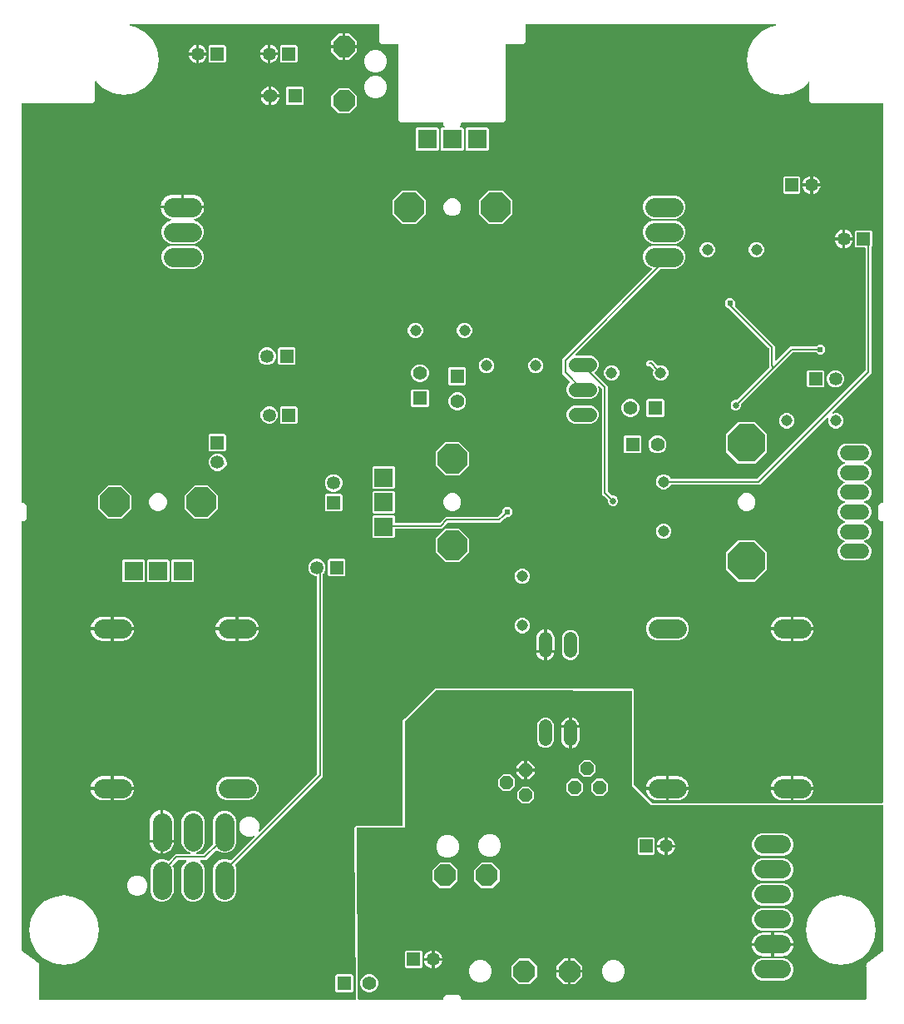
<source format=gbr>
G04 EAGLE Gerber X2 export*
%TF.Part,Single*%
%TF.FileFunction,Copper,L2,Bot,Mixed*%
%TF.FilePolarity,Positive*%
%TF.GenerationSoftware,Autodesk,EAGLE,9.2.2*%
%TF.CreationDate,2019-06-08T20:52:32Z*%
G75*
%MOMM*%
%FSLAX34Y34*%
%LPD*%
%INBottom Copper*%
%AMOC8*
5,1,8,0,0,1.08239X$1,22.5*%
G01*
%ADD10C,1.143000*%
%ADD11R,1.350000X1.350000*%
%ADD12C,1.350000*%
%ADD13C,1.408000*%
%ADD14R,1.408000X1.408000*%
%ADD15C,1.950000*%
%ADD16P,2.336880X8X112.500000*%
%ADD17R,1.879600X1.879600*%
%ADD18P,3.247170X8X292.500000*%
%ADD19P,2.336880X8X22.500000*%
%ADD20P,2.336880X8X202.500000*%
%ADD21C,1.508000*%
%ADD22P,4.123906X8X292.500000*%
%ADD23C,1.879600*%
%ADD24P,1.429621X8X112.500000*%
%ADD25P,3.247170X8X202.500000*%
%ADD26C,1.422400*%
%ADD27C,1.955800*%
%ADD28R,1.955800X1.955800*%
%ADD29P,3.247170X8X112.500000*%
%ADD30P,1.429621X8X22.500000*%
%ADD31C,1.320800*%
%ADD32C,0.604800*%
%ADD33C,0.203200*%
%ADD34C,0.654800*%

G36*
X343620Y4004D02*
X343620Y4004D01*
X343642Y4002D01*
X343741Y4024D01*
X343840Y4040D01*
X343860Y4051D01*
X343882Y4056D01*
X343969Y4108D01*
X344057Y4156D01*
X344073Y4172D01*
X344093Y4184D01*
X344157Y4261D01*
X344227Y4334D01*
X344236Y4355D01*
X344251Y4372D01*
X344288Y4466D01*
X344330Y4557D01*
X344333Y4580D01*
X344341Y4601D01*
X344359Y4768D01*
X343075Y176747D01*
X343064Y176812D01*
X343064Y178221D01*
X343064Y178223D01*
X343064Y178227D01*
X343055Y179389D01*
X343879Y180212D01*
X343880Y180214D01*
X343883Y180216D01*
X344699Y181046D01*
X345865Y181046D01*
X345867Y181046D01*
X345871Y181046D01*
X347231Y181056D01*
X347243Y181052D01*
X347275Y181053D01*
X347342Y181046D01*
X391444Y181046D01*
X391463Y181049D01*
X391483Y181047D01*
X391584Y181069D01*
X391686Y181085D01*
X391704Y181095D01*
X391724Y181099D01*
X391813Y181152D01*
X391904Y181200D01*
X391918Y181215D01*
X391935Y181225D01*
X392002Y181304D01*
X392073Y181379D01*
X392082Y181397D01*
X392095Y181412D01*
X392133Y181508D01*
X392177Y181602D01*
X392179Y181622D01*
X392186Y181640D01*
X392205Y181807D01*
X392205Y288164D01*
X394075Y290034D01*
X394076Y290034D01*
X422848Y318807D01*
X424719Y320677D01*
X506418Y320677D01*
X506446Y320682D01*
X507894Y320677D01*
X507895Y320677D01*
X507896Y320677D01*
X509334Y320677D01*
X509375Y320673D01*
X624837Y320313D01*
X624838Y320313D01*
X624839Y320313D01*
X626002Y320313D01*
X626826Y319483D01*
X626827Y319482D01*
X626828Y319481D01*
X627648Y318661D01*
X627644Y317496D01*
X627644Y317495D01*
X627644Y317494D01*
X627644Y222329D01*
X627659Y222239D01*
X627666Y222148D01*
X627679Y222118D01*
X627684Y222086D01*
X627727Y222005D01*
X627762Y221922D01*
X627788Y221889D01*
X627799Y221869D01*
X627822Y221847D01*
X627867Y221791D01*
X645630Y204027D01*
X645704Y203974D01*
X645774Y203915D01*
X645804Y203903D01*
X645830Y203884D01*
X645917Y203857D01*
X646002Y203823D01*
X646043Y203818D01*
X646065Y203811D01*
X646097Y203812D01*
X646169Y203804D01*
X880238Y203804D01*
X880258Y203808D01*
X880277Y203805D01*
X880379Y203827D01*
X880481Y203844D01*
X880498Y203853D01*
X880518Y203858D01*
X880607Y203911D01*
X880698Y203959D01*
X880712Y203974D01*
X880729Y203984D01*
X880796Y204063D01*
X880868Y204138D01*
X880876Y204156D01*
X880889Y204171D01*
X880928Y204267D01*
X880971Y204361D01*
X880973Y204380D01*
X880981Y204399D01*
X880999Y204566D01*
X880999Y490238D01*
X880996Y490258D01*
X880998Y490277D01*
X880976Y490379D01*
X880960Y490481D01*
X880950Y490498D01*
X880946Y490518D01*
X880893Y490607D01*
X880844Y490698D01*
X880830Y490712D01*
X880820Y490729D01*
X880741Y490796D01*
X880666Y490868D01*
X880648Y490876D01*
X880633Y490889D01*
X880537Y490928D01*
X880443Y490971D01*
X880423Y490973D01*
X880405Y490981D01*
X880238Y490999D01*
X878343Y490999D01*
X875999Y493343D01*
X875999Y506657D01*
X878343Y509001D01*
X880238Y509001D01*
X880258Y509004D01*
X880277Y509002D01*
X880379Y509024D01*
X880481Y509040D01*
X880498Y509050D01*
X880518Y509054D01*
X880607Y509107D01*
X880698Y509156D01*
X880712Y509170D01*
X880729Y509180D01*
X880796Y509259D01*
X880868Y509334D01*
X880876Y509352D01*
X880889Y509367D01*
X880928Y509463D01*
X880971Y509557D01*
X880973Y509577D01*
X880981Y509595D01*
X880999Y509762D01*
X880999Y915238D01*
X880997Y915249D01*
X880998Y915256D01*
X880997Y915264D01*
X880998Y915277D01*
X880976Y915379D01*
X880960Y915481D01*
X880950Y915498D01*
X880946Y915518D01*
X880893Y915607D01*
X880844Y915698D01*
X880830Y915712D01*
X880820Y915729D01*
X880741Y915796D01*
X880666Y915868D01*
X880648Y915876D01*
X880633Y915889D01*
X880537Y915928D01*
X880443Y915971D01*
X880423Y915973D01*
X880405Y915981D01*
X880238Y915999D01*
X808343Y915999D01*
X805999Y918343D01*
X805999Y936503D01*
X805988Y936574D01*
X805986Y936646D01*
X805968Y936695D01*
X805960Y936746D01*
X805926Y936809D01*
X805901Y936877D01*
X805869Y936917D01*
X805844Y936964D01*
X805792Y937013D01*
X805748Y937069D01*
X805704Y937097D01*
X805666Y937133D01*
X805601Y937163D01*
X805541Y937202D01*
X805490Y937215D01*
X805443Y937237D01*
X805372Y937244D01*
X805302Y937262D01*
X805250Y937258D01*
X805199Y937264D01*
X805128Y937248D01*
X805057Y937243D01*
X805009Y937222D01*
X804958Y937211D01*
X804897Y937175D01*
X804831Y937146D01*
X804775Y937102D01*
X804747Y937085D01*
X804732Y937067D01*
X804700Y937042D01*
X798897Y931238D01*
X788986Y926189D01*
X778000Y924449D01*
X767014Y926189D01*
X757103Y931238D01*
X749238Y939103D01*
X744189Y949014D01*
X742449Y960000D01*
X744189Y970986D01*
X749238Y980897D01*
X757103Y988762D01*
X767014Y993811D01*
X771275Y994486D01*
X771336Y994506D01*
X771399Y994517D01*
X771452Y994545D01*
X771509Y994563D01*
X771560Y994602D01*
X771616Y994632D01*
X771658Y994675D01*
X771706Y994711D01*
X771742Y994764D01*
X771786Y994810D01*
X771811Y994864D01*
X771845Y994914D01*
X771862Y994975D01*
X771889Y995033D01*
X771896Y995093D01*
X771912Y995150D01*
X771909Y995214D01*
X771916Y995277D01*
X771904Y995336D01*
X771901Y995396D01*
X771878Y995455D01*
X771864Y995518D01*
X771833Y995569D01*
X771812Y995625D01*
X771771Y995674D01*
X771738Y995729D01*
X771692Y995768D01*
X771654Y995814D01*
X771600Y995847D01*
X771551Y995889D01*
X771495Y995911D01*
X771444Y995943D01*
X771382Y995957D01*
X771323Y995981D01*
X771237Y995990D01*
X771205Y995998D01*
X771180Y995997D01*
X771156Y995999D01*
X517762Y995999D01*
X517742Y995996D01*
X517723Y995998D01*
X517621Y995976D01*
X517519Y995960D01*
X517502Y995950D01*
X517482Y995946D01*
X517393Y995893D01*
X517302Y995844D01*
X517288Y995830D01*
X517271Y995820D01*
X517204Y995741D01*
X517132Y995666D01*
X517124Y995648D01*
X517111Y995633D01*
X517072Y995537D01*
X517029Y995443D01*
X517027Y995423D01*
X517019Y995405D01*
X517001Y995238D01*
X517001Y978343D01*
X514657Y975999D01*
X497762Y975999D01*
X497742Y975996D01*
X497723Y975998D01*
X497621Y975976D01*
X497519Y975960D01*
X497502Y975950D01*
X497482Y975946D01*
X497393Y975893D01*
X497302Y975844D01*
X497288Y975830D01*
X497271Y975820D01*
X497204Y975741D01*
X497132Y975666D01*
X497124Y975648D01*
X497111Y975633D01*
X497072Y975537D01*
X497029Y975443D01*
X497027Y975423D01*
X497019Y975405D01*
X497001Y975238D01*
X497001Y898343D01*
X494657Y895999D01*
X452262Y895999D01*
X452242Y895996D01*
X452223Y895998D01*
X452121Y895976D01*
X452019Y895960D01*
X452002Y895950D01*
X451982Y895946D01*
X451893Y895893D01*
X451802Y895844D01*
X451788Y895830D01*
X451771Y895820D01*
X451704Y895741D01*
X451632Y895666D01*
X451624Y895648D01*
X451611Y895633D01*
X451572Y895537D01*
X451529Y895443D01*
X451527Y895423D01*
X451519Y895405D01*
X451501Y895238D01*
X451501Y893343D01*
X450375Y892217D01*
X450333Y892159D01*
X450284Y892107D01*
X450262Y892060D01*
X450232Y892018D01*
X450211Y891949D01*
X450180Y891884D01*
X450175Y891832D01*
X450159Y891782D01*
X450161Y891711D01*
X450153Y891640D01*
X450164Y891589D01*
X450166Y891537D01*
X450190Y891469D01*
X450205Y891399D01*
X450232Y891354D01*
X450250Y891306D01*
X450295Y891250D01*
X450332Y891188D01*
X450371Y891154D01*
X450404Y891114D01*
X450464Y891075D01*
X450519Y891028D01*
X450567Y891009D01*
X450611Y890981D01*
X450680Y890963D01*
X450747Y890936D01*
X450818Y890928D01*
X450849Y890920D01*
X450872Y890922D01*
X450913Y890918D01*
X453128Y890918D01*
X454330Y889716D01*
X454330Y868460D01*
X453128Y867258D01*
X431872Y867258D01*
X430670Y868460D01*
X430670Y889716D01*
X431872Y890918D01*
X434087Y890918D01*
X434157Y890929D01*
X434229Y890931D01*
X434278Y890949D01*
X434329Y890957D01*
X434393Y890991D01*
X434460Y891016D01*
X434501Y891048D01*
X434547Y891073D01*
X434596Y891125D01*
X434652Y891169D01*
X434680Y891213D01*
X434716Y891251D01*
X434746Y891316D01*
X434785Y891376D01*
X434798Y891427D01*
X434820Y891474D01*
X434828Y891545D01*
X434845Y891615D01*
X434841Y891667D01*
X434847Y891718D01*
X434832Y891789D01*
X434826Y891860D01*
X434806Y891908D01*
X434795Y891959D01*
X434758Y892020D01*
X434730Y892086D01*
X434685Y892142D01*
X434668Y892170D01*
X434651Y892185D01*
X434625Y892217D01*
X433499Y893343D01*
X433499Y895238D01*
X433496Y895258D01*
X433498Y895277D01*
X433476Y895379D01*
X433460Y895481D01*
X433450Y895498D01*
X433446Y895518D01*
X433393Y895607D01*
X433344Y895698D01*
X433330Y895712D01*
X433320Y895729D01*
X433241Y895796D01*
X433166Y895868D01*
X433148Y895876D01*
X433133Y895889D01*
X433037Y895928D01*
X432943Y895971D01*
X432923Y895973D01*
X432905Y895981D01*
X432738Y895999D01*
X390343Y895999D01*
X387999Y898343D01*
X387999Y975238D01*
X387996Y975258D01*
X387998Y975277D01*
X387976Y975379D01*
X387960Y975481D01*
X387950Y975498D01*
X387946Y975518D01*
X387893Y975607D01*
X387844Y975698D01*
X387830Y975712D01*
X387820Y975729D01*
X387741Y975796D01*
X387666Y975868D01*
X387648Y975876D01*
X387633Y975889D01*
X387537Y975928D01*
X387443Y975971D01*
X387423Y975973D01*
X387405Y975981D01*
X387238Y975999D01*
X370343Y975999D01*
X367999Y978343D01*
X367999Y995238D01*
X367996Y995258D01*
X367998Y995277D01*
X367976Y995379D01*
X367960Y995481D01*
X367950Y995498D01*
X367946Y995518D01*
X367893Y995607D01*
X367844Y995698D01*
X367830Y995712D01*
X367820Y995729D01*
X367741Y995796D01*
X367666Y995868D01*
X367648Y995876D01*
X367633Y995889D01*
X367537Y995928D01*
X367443Y995971D01*
X367423Y995973D01*
X367405Y995981D01*
X367238Y995999D01*
X114844Y995999D01*
X114781Y995989D01*
X114717Y995989D01*
X114660Y995969D01*
X114601Y995960D01*
X114545Y995930D01*
X114484Y995909D01*
X114437Y995872D01*
X114384Y995844D01*
X114340Y995798D01*
X114289Y995759D01*
X114256Y995710D01*
X114214Y995666D01*
X114187Y995608D01*
X114152Y995555D01*
X114136Y995497D01*
X114111Y995443D01*
X114104Y995380D01*
X114087Y995318D01*
X114090Y995258D01*
X114084Y995199D01*
X114097Y995136D01*
X114101Y995072D01*
X114123Y995017D01*
X114136Y994958D01*
X114169Y994903D01*
X114192Y994844D01*
X114231Y994799D01*
X114262Y994747D01*
X114310Y994706D01*
X114352Y994657D01*
X114403Y994626D01*
X114449Y994587D01*
X114508Y994563D01*
X114563Y994530D01*
X114646Y994508D01*
X114677Y994495D01*
X114701Y994493D01*
X114725Y994486D01*
X118986Y993811D01*
X128897Y988762D01*
X136762Y980897D01*
X141811Y970986D01*
X143551Y960000D01*
X141811Y949014D01*
X136762Y939103D01*
X128897Y931238D01*
X118986Y926189D01*
X108000Y924449D01*
X97014Y926189D01*
X87103Y931238D01*
X80300Y938042D01*
X80242Y938084D01*
X80190Y938133D01*
X80143Y938155D01*
X80101Y938185D01*
X80032Y938206D01*
X79967Y938237D01*
X79915Y938242D01*
X79865Y938258D01*
X79794Y938256D01*
X79723Y938264D01*
X79672Y938253D01*
X79620Y938251D01*
X79552Y938227D01*
X79482Y938211D01*
X79437Y938185D01*
X79389Y938167D01*
X79333Y938122D01*
X79271Y938085D01*
X79237Y938046D01*
X79197Y938013D01*
X79158Y937953D01*
X79111Y937898D01*
X79092Y937850D01*
X79064Y937806D01*
X79046Y937737D01*
X79019Y937670D01*
X79011Y937599D01*
X79003Y937568D01*
X79005Y937544D01*
X79001Y937503D01*
X79001Y918343D01*
X76657Y915999D01*
X4762Y915999D01*
X4742Y915996D01*
X4723Y915998D01*
X4621Y915976D01*
X4519Y915960D01*
X4502Y915950D01*
X4482Y915946D01*
X4393Y915893D01*
X4302Y915844D01*
X4288Y915830D01*
X4271Y915820D01*
X4204Y915741D01*
X4132Y915666D01*
X4124Y915648D01*
X4111Y915633D01*
X4072Y915537D01*
X4029Y915443D01*
X4027Y915423D01*
X4019Y915405D01*
X4001Y915238D01*
X4001Y509762D01*
X4004Y509742D01*
X4002Y509723D01*
X4024Y509621D01*
X4040Y509519D01*
X4050Y509502D01*
X4054Y509482D01*
X4107Y509393D01*
X4156Y509302D01*
X4170Y509288D01*
X4180Y509271D01*
X4259Y509204D01*
X4334Y509132D01*
X4352Y509124D01*
X4367Y509111D01*
X4463Y509072D01*
X4557Y509029D01*
X4577Y509027D01*
X4595Y509019D01*
X4762Y509001D01*
X6657Y509001D01*
X9001Y506657D01*
X9001Y493343D01*
X6657Y490999D01*
X4762Y490999D01*
X4742Y490996D01*
X4723Y490998D01*
X4621Y490976D01*
X4519Y490960D01*
X4502Y490950D01*
X4482Y490946D01*
X4393Y490893D01*
X4302Y490844D01*
X4288Y490830D01*
X4271Y490820D01*
X4204Y490741D01*
X4132Y490666D01*
X4124Y490648D01*
X4111Y490633D01*
X4072Y490537D01*
X4029Y490443D01*
X4027Y490423D01*
X4019Y490405D01*
X4001Y490238D01*
X4001Y54046D01*
X4006Y54012D01*
X4004Y53979D01*
X4026Y53892D01*
X4040Y53803D01*
X4056Y53773D01*
X4064Y53741D01*
X4113Y53665D01*
X4156Y53585D01*
X4180Y53562D01*
X4198Y53534D01*
X4324Y53423D01*
X19070Y43040D01*
X19094Y43028D01*
X19113Y43011D01*
X19204Y42975D01*
X19291Y42932D01*
X19317Y42929D01*
X19342Y42919D01*
X19508Y42901D01*
X19657Y42901D01*
X20539Y42019D01*
X20565Y42001D01*
X20639Y41935D01*
X21658Y41217D01*
X21684Y41070D01*
X21692Y41046D01*
X21694Y41020D01*
X21732Y40930D01*
X21764Y40838D01*
X21780Y40817D01*
X21791Y40793D01*
X21896Y40662D01*
X22001Y40557D01*
X22001Y39310D01*
X22006Y39279D01*
X22012Y39180D01*
X22225Y37952D01*
X22140Y37830D01*
X22128Y37806D01*
X22111Y37787D01*
X22075Y37696D01*
X22032Y37609D01*
X22029Y37583D01*
X22019Y37558D01*
X22001Y37392D01*
X22001Y4762D01*
X22004Y4742D01*
X22002Y4723D01*
X22024Y4621D01*
X22040Y4519D01*
X22050Y4502D01*
X22054Y4482D01*
X22107Y4393D01*
X22156Y4302D01*
X22170Y4288D01*
X22180Y4271D01*
X22259Y4204D01*
X22334Y4132D01*
X22352Y4124D01*
X22367Y4111D01*
X22463Y4072D01*
X22557Y4029D01*
X22577Y4027D01*
X22595Y4019D01*
X22762Y4001D01*
X343597Y4001D01*
X343620Y4004D01*
G37*
G36*
X432758Y4004D02*
X432758Y4004D01*
X432777Y4002D01*
X432879Y4024D01*
X432981Y4040D01*
X432998Y4050D01*
X433018Y4054D01*
X433107Y4107D01*
X433198Y4156D01*
X433212Y4170D01*
X433229Y4180D01*
X433296Y4259D01*
X433368Y4334D01*
X433376Y4352D01*
X433389Y4367D01*
X433428Y4463D01*
X433471Y4557D01*
X433473Y4577D01*
X433481Y4595D01*
X433499Y4762D01*
X433499Y6657D01*
X435843Y9001D01*
X449157Y9001D01*
X451501Y6657D01*
X451501Y4762D01*
X451504Y4742D01*
X451502Y4723D01*
X451524Y4621D01*
X451540Y4519D01*
X451550Y4502D01*
X451554Y4482D01*
X451607Y4393D01*
X451656Y4302D01*
X451670Y4288D01*
X451680Y4271D01*
X451759Y4204D01*
X451834Y4132D01*
X451852Y4124D01*
X451867Y4111D01*
X451963Y4072D01*
X452057Y4029D01*
X452077Y4027D01*
X452095Y4019D01*
X452262Y4001D01*
X863238Y4001D01*
X863258Y4004D01*
X863277Y4002D01*
X863379Y4024D01*
X863481Y4040D01*
X863498Y4050D01*
X863518Y4054D01*
X863607Y4107D01*
X863698Y4156D01*
X863712Y4170D01*
X863729Y4180D01*
X863796Y4259D01*
X863868Y4334D01*
X863876Y4352D01*
X863889Y4367D01*
X863928Y4463D01*
X863971Y4557D01*
X863973Y4577D01*
X863981Y4595D01*
X863999Y4762D01*
X863999Y37399D01*
X863995Y37424D01*
X863998Y37449D01*
X863975Y37544D01*
X863960Y37642D01*
X863948Y37664D01*
X863942Y37688D01*
X863862Y37835D01*
X863772Y37963D01*
X863988Y39185D01*
X863988Y39216D01*
X863999Y39317D01*
X863999Y40557D01*
X864110Y40667D01*
X864124Y40688D01*
X864144Y40704D01*
X864196Y40788D01*
X864253Y40867D01*
X864261Y40891D01*
X864274Y40913D01*
X864321Y41074D01*
X864348Y41227D01*
X865364Y41938D01*
X865387Y41960D01*
X865466Y42024D01*
X866343Y42901D01*
X866499Y42901D01*
X866524Y42905D01*
X866549Y42902D01*
X866645Y42925D01*
X866742Y42940D01*
X866764Y42952D01*
X866788Y42958D01*
X866935Y43038D01*
X880675Y52656D01*
X880699Y52680D01*
X880729Y52698D01*
X880787Y52765D01*
X880851Y52827D01*
X880866Y52858D01*
X880889Y52884D01*
X880922Y52967D01*
X880963Y53046D01*
X880968Y53081D01*
X880981Y53113D01*
X880999Y53279D01*
X880999Y200992D01*
X880996Y201011D01*
X880998Y201031D01*
X880976Y201132D01*
X880960Y201234D01*
X880950Y201252D01*
X880946Y201271D01*
X880893Y201360D01*
X880844Y201452D01*
X880830Y201465D01*
X880820Y201483D01*
X880741Y201550D01*
X880666Y201621D01*
X880648Y201630D01*
X880633Y201642D01*
X880537Y201681D01*
X880443Y201725D01*
X880423Y201727D01*
X880405Y201734D01*
X880238Y201753D01*
X645004Y201753D01*
X625593Y221164D01*
X625593Y317500D01*
X625590Y317519D01*
X625592Y317537D01*
X625570Y317639D01*
X625553Y317743D01*
X625544Y317759D01*
X625540Y317778D01*
X625487Y317868D01*
X625438Y317960D01*
X625424Y317973D01*
X625415Y317989D01*
X625335Y318057D01*
X625259Y318130D01*
X625242Y318137D01*
X625228Y318150D01*
X625131Y318189D01*
X625036Y318233D01*
X625018Y318235D01*
X625000Y318242D01*
X624834Y318261D01*
X507894Y318626D01*
X507893Y318626D01*
X507892Y318626D01*
X425884Y318626D01*
X425794Y318611D01*
X425703Y318604D01*
X425673Y318591D01*
X425641Y318586D01*
X425560Y318543D01*
X425476Y318508D01*
X425444Y318482D01*
X425424Y318471D01*
X425401Y318448D01*
X425345Y318403D01*
X394479Y287537D01*
X394426Y287463D01*
X394367Y287393D01*
X394355Y287363D01*
X394336Y287337D01*
X394309Y287250D01*
X394275Y287165D01*
X394270Y287124D01*
X394264Y287102D01*
X394264Y287070D01*
X394256Y286999D01*
X394256Y178994D01*
X345877Y178994D01*
X345854Y178990D01*
X345832Y178993D01*
X345733Y178971D01*
X345634Y178954D01*
X345614Y178944D01*
X345592Y178939D01*
X345506Y178886D01*
X345417Y178839D01*
X345401Y178823D01*
X345382Y178811D01*
X345317Y178734D01*
X345247Y178661D01*
X345238Y178640D01*
X345223Y178623D01*
X345186Y178529D01*
X345144Y178438D01*
X345141Y178415D01*
X345133Y178394D01*
X345116Y178227D01*
X346410Y4756D01*
X346413Y4739D01*
X346411Y4723D01*
X346434Y4619D01*
X346452Y4514D01*
X346460Y4499D01*
X346463Y4482D01*
X346518Y4391D01*
X346568Y4297D01*
X346581Y4286D01*
X346590Y4271D01*
X346670Y4202D01*
X346748Y4129D01*
X346763Y4122D01*
X346776Y4111D01*
X346875Y4071D01*
X346972Y4027D01*
X346989Y4026D01*
X347005Y4019D01*
X347171Y4001D01*
X432738Y4001D01*
X432758Y4004D01*
G37*
%LPC*%
G36*
X144453Y103699D02*
X144453Y103699D01*
X140115Y105496D01*
X136796Y108815D01*
X134999Y113153D01*
X134999Y137347D01*
X136796Y141685D01*
X140115Y145004D01*
X144453Y146801D01*
X149147Y146801D01*
X153074Y145174D01*
X153188Y145147D01*
X153302Y145119D01*
X153308Y145119D01*
X153314Y145118D01*
X153431Y145129D01*
X153547Y145138D01*
X153552Y145140D01*
X153559Y145141D01*
X153666Y145189D01*
X153773Y145234D01*
X153779Y145239D01*
X153784Y145241D01*
X153797Y145254D01*
X153904Y145339D01*
X160625Y152060D01*
X175377Y152060D01*
X175473Y152075D01*
X175570Y152085D01*
X175594Y152095D01*
X175619Y152099D01*
X175705Y152145D01*
X175794Y152185D01*
X175814Y152202D01*
X175837Y152215D01*
X175904Y152285D01*
X175976Y152351D01*
X175988Y152374D01*
X176006Y152393D01*
X176047Y152481D01*
X176094Y152567D01*
X176099Y152592D01*
X176110Y152616D01*
X176121Y152713D01*
X176138Y152809D01*
X176134Y152835D01*
X176137Y152860D01*
X176116Y152956D01*
X176102Y153052D01*
X176090Y153075D01*
X176085Y153101D01*
X176035Y153184D01*
X175991Y153271D01*
X175972Y153290D01*
X175959Y153312D01*
X175885Y153375D01*
X175815Y153443D01*
X175786Y153459D01*
X175772Y153472D01*
X175741Y153484D01*
X175668Y153524D01*
X172115Y154996D01*
X168796Y158315D01*
X166999Y162653D01*
X166999Y186847D01*
X168796Y191185D01*
X172115Y194504D01*
X176453Y196301D01*
X181147Y196301D01*
X185485Y194504D01*
X188804Y191185D01*
X190601Y186847D01*
X190601Y162653D01*
X188804Y158315D01*
X185485Y154996D01*
X181932Y153524D01*
X181849Y153473D01*
X181763Y153427D01*
X181745Y153408D01*
X181723Y153395D01*
X181661Y153320D01*
X181594Y153249D01*
X181583Y153225D01*
X181566Y153205D01*
X181531Y153114D01*
X181490Y153026D01*
X181487Y153000D01*
X181478Y152976D01*
X181474Y152878D01*
X181463Y152782D01*
X181469Y152756D01*
X181467Y152730D01*
X181495Y152636D01*
X181515Y152541D01*
X181529Y152519D01*
X181536Y152494D01*
X181592Y152414D01*
X181641Y152330D01*
X181661Y152313D01*
X181676Y152292D01*
X181754Y152233D01*
X181828Y152170D01*
X181853Y152160D01*
X181874Y152145D01*
X181966Y152115D01*
X182057Y152078D01*
X182089Y152075D01*
X182108Y152069D01*
X182141Y152069D01*
X182223Y152060D01*
X188883Y152060D01*
X188973Y152074D01*
X189064Y152082D01*
X189094Y152094D01*
X189126Y152099D01*
X189207Y152142D01*
X189291Y152178D01*
X189323Y152204D01*
X189344Y152215D01*
X189366Y152238D01*
X189422Y152283D01*
X198872Y161733D01*
X198940Y161828D01*
X199010Y161921D01*
X199012Y161927D01*
X199015Y161932D01*
X199050Y162044D01*
X199086Y162155D01*
X199086Y162162D01*
X199088Y162168D01*
X199085Y162284D01*
X199083Y162401D01*
X199081Y162408D01*
X199081Y162413D01*
X199075Y162431D01*
X199037Y162562D01*
X198999Y162653D01*
X198999Y186847D01*
X200796Y191185D01*
X204115Y194504D01*
X208453Y196301D01*
X213147Y196301D01*
X217485Y194504D01*
X220804Y191185D01*
X222601Y186847D01*
X222601Y162653D01*
X220804Y158315D01*
X217485Y154996D01*
X213147Y153199D01*
X208453Y153199D01*
X204115Y154996D01*
X203000Y156111D01*
X202984Y156122D01*
X202972Y156138D01*
X202885Y156194D01*
X202801Y156254D01*
X202782Y156260D01*
X202765Y156271D01*
X202664Y156296D01*
X202566Y156327D01*
X202546Y156326D01*
X202526Y156331D01*
X202423Y156323D01*
X202320Y156320D01*
X202301Y156313D01*
X202281Y156312D01*
X202186Y156272D01*
X202089Y156236D01*
X202073Y156223D01*
X202055Y156216D01*
X201924Y156111D01*
X191739Y145926D01*
X186400Y145926D01*
X186330Y145915D01*
X186258Y145913D01*
X186209Y145895D01*
X186158Y145887D01*
X186094Y145853D01*
X186027Y145828D01*
X185986Y145796D01*
X185940Y145771D01*
X185891Y145719D01*
X185835Y145675D01*
X185807Y145631D01*
X185771Y145593D01*
X185741Y145528D01*
X185702Y145468D01*
X185689Y145417D01*
X185667Y145370D01*
X185659Y145299D01*
X185642Y145229D01*
X185646Y145177D01*
X185640Y145126D01*
X185655Y145055D01*
X185661Y144984D01*
X185681Y144936D01*
X185692Y144885D01*
X185729Y144824D01*
X185757Y144758D01*
X185802Y144702D01*
X185819Y144674D01*
X185836Y144659D01*
X185862Y144627D01*
X188804Y141685D01*
X190601Y137347D01*
X190601Y113153D01*
X188804Y108815D01*
X185485Y105496D01*
X181147Y103699D01*
X176453Y103699D01*
X172115Y105496D01*
X168796Y108815D01*
X166999Y113153D01*
X166999Y137347D01*
X168796Y141685D01*
X171738Y144627D01*
X171780Y144685D01*
X171829Y144737D01*
X171851Y144784D01*
X171882Y144826D01*
X171903Y144895D01*
X171933Y144960D01*
X171939Y145012D01*
X171954Y145062D01*
X171952Y145133D01*
X171960Y145204D01*
X171949Y145255D01*
X171948Y145307D01*
X171923Y145375D01*
X171908Y145445D01*
X171881Y145490D01*
X171863Y145538D01*
X171818Y145594D01*
X171781Y145656D01*
X171742Y145690D01*
X171709Y145730D01*
X171649Y145769D01*
X171595Y145816D01*
X171546Y145835D01*
X171502Y145863D01*
X171433Y145881D01*
X171366Y145908D01*
X171295Y145916D01*
X171264Y145924D01*
X171241Y145922D01*
X171200Y145926D01*
X163481Y145926D01*
X163391Y145912D01*
X163300Y145904D01*
X163270Y145892D01*
X163238Y145887D01*
X163157Y145844D01*
X163073Y145808D01*
X163041Y145782D01*
X163020Y145771D01*
X162998Y145748D01*
X162942Y145703D01*
X157785Y140546D01*
X157717Y140452D01*
X157647Y140357D01*
X157645Y140351D01*
X157641Y140346D01*
X157607Y140235D01*
X157570Y140123D01*
X157571Y140117D01*
X157569Y140111D01*
X157572Y139994D01*
X157573Y139877D01*
X157575Y139870D01*
X157575Y139865D01*
X157581Y139847D01*
X157620Y139716D01*
X158601Y137347D01*
X158601Y113153D01*
X156804Y108815D01*
X153485Y105496D01*
X149147Y103699D01*
X144453Y103699D01*
G37*
%LPD*%
%LPC*%
G36*
X605122Y505768D02*
X605122Y505768D01*
X603165Y506579D01*
X601667Y508077D01*
X600856Y510034D01*
X600856Y511765D01*
X600854Y511781D01*
X600855Y511794D01*
X600841Y511858D01*
X600834Y511946D01*
X600822Y511976D01*
X600817Y512008D01*
X600803Y512033D01*
X600803Y512034D01*
X600799Y512040D01*
X600774Y512089D01*
X600738Y512173D01*
X600712Y512205D01*
X600702Y512225D01*
X600678Y512248D01*
X600633Y512303D01*
X596966Y515971D01*
X594946Y517991D01*
X594946Y625001D01*
X594932Y625091D01*
X594924Y625182D01*
X594912Y625212D01*
X594907Y625244D01*
X594864Y625325D01*
X594828Y625409D01*
X594802Y625441D01*
X594791Y625462D01*
X594768Y625484D01*
X594723Y625540D01*
X592139Y628124D01*
X592059Y628181D01*
X591984Y628243D01*
X591960Y628253D01*
X591939Y628268D01*
X591846Y628297D01*
X591755Y628332D01*
X591729Y628333D01*
X591704Y628340D01*
X591606Y628338D01*
X591509Y628342D01*
X591484Y628335D01*
X591458Y628334D01*
X591366Y628301D01*
X591273Y628273D01*
X591251Y628259D01*
X591227Y628250D01*
X591151Y628189D01*
X591071Y628133D01*
X591055Y628112D01*
X591035Y628096D01*
X590982Y628014D01*
X590924Y627936D01*
X590916Y627911D01*
X590902Y627889D01*
X590878Y627794D01*
X590848Y627702D01*
X590848Y627676D01*
X590842Y627650D01*
X590849Y627553D01*
X590850Y627456D01*
X590859Y627425D01*
X590861Y627405D01*
X590874Y627375D01*
X590897Y627295D01*
X591248Y626448D01*
X591248Y622803D01*
X589853Y619435D01*
X587275Y616858D01*
X583908Y615463D01*
X566038Y615463D01*
X562671Y616858D01*
X560093Y619435D01*
X558698Y622803D01*
X558698Y626448D01*
X560093Y629816D01*
X562231Y631954D01*
X562243Y631970D01*
X562258Y631982D01*
X562314Y632069D01*
X562375Y632153D01*
X562381Y632172D01*
X562391Y632189D01*
X562417Y632290D01*
X562447Y632388D01*
X562447Y632408D01*
X562451Y632428D01*
X562443Y632531D01*
X562441Y632634D01*
X562434Y632653D01*
X562432Y632673D01*
X562392Y632768D01*
X562356Y632865D01*
X562344Y632881D01*
X562336Y632899D01*
X562231Y633030D01*
X554616Y640645D01*
X554616Y655512D01*
X645582Y746478D01*
X645609Y746515D01*
X645643Y746546D01*
X645681Y746615D01*
X645726Y746678D01*
X645739Y746721D01*
X645762Y746762D01*
X645776Y746838D01*
X645798Y746913D01*
X645797Y746958D01*
X645805Y747004D01*
X645794Y747081D01*
X645792Y747159D01*
X645776Y747202D01*
X645770Y747247D01*
X645734Y747316D01*
X645708Y747390D01*
X645679Y747425D01*
X645658Y747466D01*
X645602Y747521D01*
X645554Y747582D01*
X645515Y747606D01*
X645482Y747639D01*
X645363Y747704D01*
X645347Y747715D01*
X645342Y747716D01*
X645336Y747719D01*
X641420Y749341D01*
X638092Y752669D01*
X636291Y757017D01*
X636291Y761723D01*
X638092Y766071D01*
X641420Y769399D01*
X645768Y771200D01*
X670032Y771200D01*
X674380Y769399D01*
X677708Y766071D01*
X679509Y761723D01*
X679509Y757017D01*
X677708Y752669D01*
X674380Y749341D01*
X670032Y747540D01*
X655634Y747540D01*
X655544Y747526D01*
X655453Y747518D01*
X655424Y747506D01*
X655392Y747501D01*
X655311Y747458D01*
X655227Y747422D01*
X655195Y747396D01*
X655174Y747385D01*
X655152Y747362D01*
X655096Y747317D01*
X568266Y660488D01*
X568225Y660429D01*
X568175Y660377D01*
X568153Y660330D01*
X568123Y660288D01*
X568102Y660219D01*
X568071Y660154D01*
X568066Y660103D01*
X568050Y660053D01*
X568052Y659981D01*
X568044Y659910D01*
X568055Y659859D01*
X568057Y659807D01*
X568081Y659740D01*
X568097Y659670D01*
X568123Y659625D01*
X568141Y659576D01*
X568186Y659520D01*
X568223Y659458D01*
X568262Y659425D01*
X568295Y659384D01*
X568355Y659345D01*
X568410Y659299D01*
X568458Y659279D01*
X568502Y659251D01*
X568571Y659233D01*
X568638Y659207D01*
X568709Y659199D01*
X568740Y659191D01*
X568764Y659193D01*
X568805Y659188D01*
X583908Y659188D01*
X587275Y657793D01*
X589853Y655216D01*
X591248Y651848D01*
X591248Y648203D01*
X589853Y644835D01*
X587516Y642498D01*
X587504Y642482D01*
X587488Y642469D01*
X587432Y642382D01*
X587372Y642298D01*
X587366Y642279D01*
X587355Y642262D01*
X587330Y642162D01*
X587300Y642063D01*
X587300Y642043D01*
X587295Y642024D01*
X587303Y641921D01*
X587306Y641817D01*
X587313Y641798D01*
X587315Y641779D01*
X587355Y641684D01*
X587391Y641586D01*
X587403Y641571D01*
X587411Y641552D01*
X587516Y641421D01*
X601080Y627857D01*
X601080Y520846D01*
X601094Y520756D01*
X601102Y520665D01*
X601114Y520636D01*
X601119Y520604D01*
X601162Y520523D01*
X601198Y520439D01*
X601224Y520407D01*
X601235Y520386D01*
X601258Y520364D01*
X601303Y520308D01*
X604970Y516640D01*
X605044Y516587D01*
X605114Y516528D01*
X605144Y516516D01*
X605170Y516497D01*
X605257Y516470D01*
X605342Y516436D01*
X605383Y516431D01*
X605405Y516425D01*
X605437Y516425D01*
X605509Y516418D01*
X607240Y516418D01*
X609197Y515607D01*
X610695Y514109D01*
X611506Y512152D01*
X611506Y510034D01*
X610695Y508077D01*
X609197Y506579D01*
X607240Y505768D01*
X605122Y505768D01*
G37*
%LPD*%
%LPC*%
G36*
X827014Y40689D02*
X827014Y40689D01*
X817103Y45738D01*
X809238Y53603D01*
X804189Y63514D01*
X802449Y74500D01*
X804189Y85486D01*
X809238Y95397D01*
X817103Y103262D01*
X827014Y108311D01*
X838000Y110051D01*
X848986Y108311D01*
X858897Y103262D01*
X866762Y95397D01*
X871811Y85486D01*
X873551Y74500D01*
X871811Y63514D01*
X866762Y53603D01*
X858897Y45738D01*
X848986Y40689D01*
X838000Y38949D01*
X827014Y40689D01*
G37*
%LPD*%
%LPC*%
G36*
X36014Y40689D02*
X36014Y40689D01*
X26103Y45738D01*
X18238Y53603D01*
X13189Y63514D01*
X11449Y74500D01*
X13189Y85486D01*
X18238Y95397D01*
X26103Y103262D01*
X36014Y108311D01*
X47000Y110051D01*
X57986Y108311D01*
X67897Y103262D01*
X75762Y95397D01*
X80811Y85486D01*
X82551Y74500D01*
X80811Y63514D01*
X75762Y53603D01*
X67897Y45738D01*
X57986Y40689D01*
X47000Y38949D01*
X36014Y40689D01*
G37*
%LPD*%
%LPC*%
G36*
X842554Y450406D02*
X842554Y450406D01*
X839029Y451866D01*
X836331Y454564D01*
X834871Y458089D01*
X834871Y461904D01*
X836331Y465429D01*
X839029Y468127D01*
X841844Y469293D01*
X841905Y469331D01*
X841971Y469360D01*
X842009Y469395D01*
X842053Y469423D01*
X842099Y469478D01*
X842152Y469527D01*
X842177Y469572D01*
X842210Y469612D01*
X842236Y469679D01*
X842270Y469742D01*
X842280Y469793D01*
X842298Y469842D01*
X842301Y469913D01*
X842314Y469984D01*
X842307Y470036D01*
X842309Y470088D01*
X842289Y470157D01*
X842278Y470227D01*
X842255Y470274D01*
X842240Y470324D01*
X842199Y470383D01*
X842167Y470447D01*
X842130Y470483D01*
X842100Y470526D01*
X842042Y470569D01*
X841991Y470619D01*
X841928Y470653D01*
X841903Y470673D01*
X841880Y470680D01*
X841844Y470700D01*
X839029Y471866D01*
X836331Y474564D01*
X834871Y478089D01*
X834871Y481904D01*
X836331Y485429D01*
X839029Y488127D01*
X841844Y489293D01*
X841905Y489331D01*
X841971Y489360D01*
X842009Y489395D01*
X842053Y489423D01*
X842099Y489478D01*
X842152Y489526D01*
X842177Y489572D01*
X842210Y489612D01*
X842236Y489679D01*
X842270Y489742D01*
X842280Y489793D01*
X842298Y489842D01*
X842301Y489913D01*
X842314Y489984D01*
X842307Y490036D01*
X842309Y490088D01*
X842289Y490156D01*
X842278Y490227D01*
X842255Y490274D01*
X842240Y490324D01*
X842199Y490383D01*
X842167Y490447D01*
X842130Y490483D01*
X842100Y490526D01*
X842042Y490569D01*
X841991Y490619D01*
X841928Y490653D01*
X841903Y490673D01*
X841880Y490680D01*
X841844Y490700D01*
X839029Y491866D01*
X836331Y494564D01*
X834871Y498089D01*
X834871Y501904D01*
X836331Y505429D01*
X839029Y508127D01*
X841844Y509293D01*
X841905Y509331D01*
X841971Y509360D01*
X842009Y509395D01*
X842053Y509423D01*
X842099Y509478D01*
X842152Y509527D01*
X842177Y509572D01*
X842210Y509612D01*
X842236Y509679D01*
X842270Y509742D01*
X842280Y509793D01*
X842298Y509842D01*
X842301Y509913D01*
X842314Y509984D01*
X842307Y510036D01*
X842309Y510088D01*
X842289Y510157D01*
X842278Y510227D01*
X842255Y510274D01*
X842240Y510324D01*
X842199Y510383D01*
X842167Y510447D01*
X842130Y510483D01*
X842100Y510526D01*
X842042Y510569D01*
X841991Y510619D01*
X841928Y510653D01*
X841903Y510673D01*
X841880Y510680D01*
X841844Y510700D01*
X839029Y511866D01*
X836331Y514564D01*
X834871Y518089D01*
X834871Y521904D01*
X836331Y525429D01*
X839029Y528127D01*
X841844Y529293D01*
X841905Y529331D01*
X841971Y529360D01*
X842009Y529395D01*
X842053Y529423D01*
X842099Y529478D01*
X842152Y529527D01*
X842177Y529572D01*
X842210Y529612D01*
X842236Y529679D01*
X842270Y529742D01*
X842280Y529793D01*
X842298Y529842D01*
X842301Y529913D01*
X842314Y529984D01*
X842307Y530036D01*
X842309Y530088D01*
X842289Y530157D01*
X842278Y530227D01*
X842255Y530274D01*
X842240Y530324D01*
X842199Y530383D01*
X842167Y530447D01*
X842130Y530483D01*
X842100Y530526D01*
X842042Y530569D01*
X841991Y530619D01*
X841928Y530653D01*
X841903Y530673D01*
X841880Y530680D01*
X841844Y530700D01*
X839029Y531866D01*
X836331Y534564D01*
X834871Y538089D01*
X834871Y541904D01*
X836331Y545429D01*
X839029Y548127D01*
X841844Y549293D01*
X841905Y549331D01*
X841971Y549360D01*
X842009Y549395D01*
X842053Y549423D01*
X842099Y549478D01*
X842152Y549526D01*
X842177Y549572D01*
X842210Y549612D01*
X842236Y549679D01*
X842270Y549742D01*
X842280Y549793D01*
X842298Y549842D01*
X842301Y549913D01*
X842314Y549984D01*
X842307Y550036D01*
X842309Y550088D01*
X842289Y550156D01*
X842278Y550227D01*
X842255Y550274D01*
X842240Y550324D01*
X842199Y550383D01*
X842167Y550447D01*
X842130Y550483D01*
X842100Y550526D01*
X842042Y550569D01*
X841991Y550619D01*
X841928Y550653D01*
X841903Y550673D01*
X841880Y550680D01*
X841844Y550700D01*
X839029Y551866D01*
X836331Y554564D01*
X834871Y558089D01*
X834871Y561904D01*
X836331Y565429D01*
X839029Y568127D01*
X842554Y569587D01*
X861450Y569587D01*
X864975Y568127D01*
X867672Y565429D01*
X869133Y561904D01*
X869133Y558089D01*
X867672Y554564D01*
X864975Y551866D01*
X862159Y550700D01*
X862098Y550662D01*
X862033Y550633D01*
X861995Y550598D01*
X861950Y550570D01*
X861905Y550515D01*
X861852Y550466D01*
X861827Y550421D01*
X861794Y550381D01*
X861768Y550314D01*
X861733Y550251D01*
X861724Y550200D01*
X861705Y550151D01*
X861702Y550080D01*
X861690Y550009D01*
X861697Y549957D01*
X861695Y549905D01*
X861715Y549836D01*
X861725Y549766D01*
X861749Y549719D01*
X861763Y549669D01*
X861804Y549610D01*
X861837Y549546D01*
X861874Y549510D01*
X861904Y549467D01*
X861961Y549424D01*
X862012Y549374D01*
X862075Y549339D01*
X862101Y549320D01*
X862123Y549313D01*
X862159Y549293D01*
X864975Y548127D01*
X867672Y545429D01*
X869133Y541904D01*
X869133Y538089D01*
X867672Y534564D01*
X864975Y531866D01*
X862159Y530700D01*
X862098Y530662D01*
X862033Y530633D01*
X861995Y530598D01*
X861950Y530570D01*
X861905Y530515D01*
X861852Y530466D01*
X861827Y530421D01*
X861794Y530381D01*
X861768Y530314D01*
X861733Y530251D01*
X861724Y530200D01*
X861705Y530151D01*
X861702Y530080D01*
X861690Y530009D01*
X861697Y529957D01*
X861695Y529905D01*
X861715Y529836D01*
X861725Y529766D01*
X861749Y529719D01*
X861763Y529669D01*
X861804Y529610D01*
X861837Y529546D01*
X861874Y529510D01*
X861904Y529467D01*
X861961Y529424D01*
X862012Y529374D01*
X862075Y529339D01*
X862101Y529320D01*
X862123Y529313D01*
X862159Y529293D01*
X864975Y528127D01*
X867672Y525429D01*
X869133Y521904D01*
X869133Y518089D01*
X867672Y514564D01*
X864975Y511866D01*
X862159Y510700D01*
X862098Y510662D01*
X862033Y510633D01*
X861995Y510598D01*
X861950Y510570D01*
X861905Y510515D01*
X861852Y510466D01*
X861827Y510421D01*
X861794Y510381D01*
X861768Y510314D01*
X861733Y510251D01*
X861724Y510200D01*
X861705Y510151D01*
X861702Y510080D01*
X861690Y510009D01*
X861697Y509957D01*
X861695Y509905D01*
X861715Y509836D01*
X861725Y509766D01*
X861749Y509719D01*
X861763Y509669D01*
X861804Y509610D01*
X861837Y509546D01*
X861874Y509510D01*
X861904Y509467D01*
X861961Y509424D01*
X862012Y509374D01*
X862075Y509339D01*
X862101Y509320D01*
X862123Y509313D01*
X862159Y509293D01*
X864975Y508127D01*
X867672Y505429D01*
X869133Y501904D01*
X869133Y498089D01*
X867672Y494564D01*
X864975Y491866D01*
X862159Y490700D01*
X862098Y490662D01*
X862033Y490633D01*
X861995Y490598D01*
X861950Y490570D01*
X861905Y490515D01*
X861852Y490466D01*
X861827Y490421D01*
X861793Y490381D01*
X861768Y490314D01*
X861733Y490251D01*
X861724Y490200D01*
X861705Y490151D01*
X861702Y490080D01*
X861690Y490009D01*
X861697Y489957D01*
X861695Y489905D01*
X861715Y489836D01*
X861725Y489766D01*
X861749Y489719D01*
X861763Y489669D01*
X861804Y489610D01*
X861837Y489546D01*
X861874Y489510D01*
X861904Y489467D01*
X861961Y489424D01*
X862012Y489374D01*
X862075Y489339D01*
X862101Y489320D01*
X862123Y489313D01*
X862159Y489293D01*
X864975Y488127D01*
X867672Y485429D01*
X869133Y481904D01*
X869133Y478089D01*
X867672Y474564D01*
X864975Y471866D01*
X862159Y470700D01*
X862098Y470662D01*
X862033Y470633D01*
X861995Y470598D01*
X861950Y470570D01*
X861905Y470515D01*
X861852Y470466D01*
X861827Y470421D01*
X861793Y470381D01*
X861768Y470314D01*
X861733Y470251D01*
X861724Y470200D01*
X861705Y470151D01*
X861702Y470080D01*
X861690Y470009D01*
X861697Y469957D01*
X861695Y469905D01*
X861715Y469836D01*
X861725Y469766D01*
X861749Y469719D01*
X861763Y469669D01*
X861804Y469610D01*
X861837Y469546D01*
X861874Y469510D01*
X861904Y469467D01*
X861961Y469424D01*
X862012Y469374D01*
X862075Y469339D01*
X862101Y469320D01*
X862123Y469313D01*
X862159Y469293D01*
X864975Y468127D01*
X867672Y465429D01*
X869133Y461904D01*
X869133Y458089D01*
X867672Y454564D01*
X864975Y451866D01*
X861450Y450406D01*
X842554Y450406D01*
G37*
%LPD*%
%LPC*%
G36*
X208453Y103699D02*
X208453Y103699D01*
X204115Y105496D01*
X200796Y108815D01*
X198999Y113153D01*
X198999Y137347D01*
X200796Y141685D01*
X204115Y145004D01*
X208453Y146801D01*
X213147Y146801D01*
X216295Y145497D01*
X216409Y145470D01*
X216522Y145442D01*
X216529Y145442D01*
X216535Y145441D01*
X216651Y145452D01*
X216768Y145461D01*
X216773Y145463D01*
X216780Y145464D01*
X216887Y145512D01*
X216994Y145557D01*
X217000Y145562D01*
X217004Y145564D01*
X217018Y145576D01*
X217125Y145662D01*
X240891Y169428D01*
X240935Y169490D01*
X240969Y169525D01*
X240977Y169543D01*
X241010Y169582D01*
X241020Y169607D01*
X241035Y169628D01*
X241064Y169721D01*
X241098Y169812D01*
X241100Y169838D01*
X241107Y169863D01*
X241105Y169961D01*
X241109Y170058D01*
X241102Y170083D01*
X241101Y170109D01*
X241067Y170201D01*
X241040Y170294D01*
X241025Y170315D01*
X241016Y170340D01*
X240956Y170416D01*
X240900Y170496D01*
X240879Y170512D01*
X240863Y170532D01*
X240781Y170585D01*
X240703Y170643D01*
X240678Y170651D01*
X240656Y170665D01*
X240561Y170689D01*
X240469Y170719D01*
X240443Y170719D01*
X240417Y170725D01*
X240320Y170718D01*
X240223Y170717D01*
X240191Y170708D01*
X240172Y170706D01*
X240142Y170693D01*
X240079Y170675D01*
X240078Y170675D01*
X240062Y170670D01*
X237839Y169749D01*
X233761Y169749D01*
X229993Y171310D01*
X227110Y174193D01*
X225549Y177961D01*
X225549Y182039D01*
X227110Y185807D01*
X229993Y188690D01*
X233761Y190251D01*
X237839Y190251D01*
X241607Y188690D01*
X244490Y185807D01*
X246051Y182039D01*
X246051Y177961D01*
X245130Y175738D01*
X245108Y175643D01*
X245079Y175550D01*
X245080Y175524D01*
X245074Y175499D01*
X245083Y175402D01*
X245086Y175304D01*
X245094Y175280D01*
X245097Y175254D01*
X245137Y175165D01*
X245170Y175073D01*
X245186Y175053D01*
X245197Y175029D01*
X245263Y174957D01*
X245324Y174881D01*
X245346Y174867D01*
X245363Y174848D01*
X245449Y174801D01*
X245531Y174748D01*
X245556Y174742D01*
X245579Y174729D01*
X245675Y174712D01*
X245769Y174688D01*
X245795Y174690D01*
X245821Y174686D01*
X245917Y174700D01*
X246014Y174707D01*
X246038Y174718D01*
X246064Y174722D01*
X246151Y174766D01*
X246241Y174804D01*
X246266Y174824D01*
X246284Y174833D01*
X246307Y174857D01*
X246372Y174909D01*
X304541Y233078D01*
X304594Y233152D01*
X304654Y233222D01*
X304666Y233252D01*
X304685Y233278D01*
X304712Y233365D01*
X304746Y233450D01*
X304750Y233491D01*
X304757Y233513D01*
X304756Y233545D01*
X304764Y233617D01*
X304764Y433884D01*
X304761Y433903D01*
X304763Y433923D01*
X304741Y434024D01*
X304725Y434126D01*
X304715Y434144D01*
X304711Y434164D01*
X304658Y434253D01*
X304609Y434344D01*
X304595Y434358D01*
X304585Y434375D01*
X304506Y434442D01*
X304431Y434513D01*
X304413Y434522D01*
X304398Y434535D01*
X304302Y434573D01*
X304208Y434617D01*
X304188Y434619D01*
X304170Y434626D01*
X304003Y434645D01*
X302912Y434645D01*
X299677Y435985D01*
X297201Y438460D01*
X295862Y441695D01*
X295862Y445196D01*
X297201Y448431D01*
X299677Y450907D01*
X302912Y452246D01*
X306413Y452246D01*
X309648Y450907D01*
X312123Y448431D01*
X313463Y445196D01*
X313463Y441695D01*
X312123Y438460D01*
X311121Y437458D01*
X311068Y437384D01*
X311008Y437315D01*
X310996Y437284D01*
X310977Y437258D01*
X310950Y437171D01*
X310916Y437086D01*
X310912Y437045D01*
X310905Y437023D01*
X310906Y436991D01*
X310898Y436920D01*
X310898Y230761D01*
X221462Y141325D01*
X221394Y141231D01*
X221324Y141136D01*
X221322Y141130D01*
X221318Y141125D01*
X221284Y141014D01*
X221248Y140902D01*
X221248Y140896D01*
X221246Y140890D01*
X221249Y140773D01*
X221250Y140656D01*
X221252Y140649D01*
X221252Y140644D01*
X221259Y140627D01*
X221297Y140495D01*
X222601Y137347D01*
X222601Y113153D01*
X220804Y108815D01*
X217485Y105496D01*
X213147Y103699D01*
X208453Y103699D01*
G37*
%LPD*%
%LPC*%
G36*
X656314Y522872D02*
X656314Y522872D01*
X653460Y524054D01*
X651275Y526239D01*
X650093Y529093D01*
X650093Y532182D01*
X651275Y535037D01*
X653460Y537221D01*
X656314Y538403D01*
X659404Y538403D01*
X662258Y537221D01*
X664442Y535037D01*
X664800Y534174D01*
X664861Y534074D01*
X664921Y533975D01*
X664926Y533971D01*
X664929Y533965D01*
X665020Y533890D01*
X665108Y533815D01*
X665114Y533812D01*
X665119Y533808D01*
X665227Y533767D01*
X665336Y533723D01*
X665344Y533722D01*
X665348Y533720D01*
X665367Y533719D01*
X665503Y533704D01*
X752929Y533704D01*
X753019Y533719D01*
X753110Y533726D01*
X753140Y533739D01*
X753172Y533744D01*
X753252Y533787D01*
X753336Y533822D01*
X753368Y533848D01*
X753389Y533859D01*
X753411Y533882D01*
X753467Y533927D01*
X863019Y643479D01*
X863072Y643553D01*
X863131Y643622D01*
X863144Y643652D01*
X863162Y643679D01*
X863189Y643765D01*
X863223Y643850D01*
X863228Y643891D01*
X863235Y643914D01*
X863234Y643946D01*
X863242Y644017D01*
X863242Y768021D01*
X863239Y768041D01*
X863241Y768061D01*
X863219Y768162D01*
X863202Y768264D01*
X863193Y768282D01*
X863189Y768301D01*
X863135Y768390D01*
X863087Y768482D01*
X863073Y768495D01*
X863062Y768512D01*
X862984Y768580D01*
X862909Y768651D01*
X862891Y768659D01*
X862875Y768672D01*
X862779Y768711D01*
X862686Y768755D01*
X862666Y768757D01*
X862647Y768764D01*
X862481Y768783D01*
X853472Y768783D01*
X852270Y769984D01*
X852270Y785183D01*
X853472Y786384D01*
X868670Y786384D01*
X869872Y785183D01*
X869872Y769984D01*
X869598Y769711D01*
X869545Y769637D01*
X869486Y769567D01*
X869474Y769537D01*
X869455Y769511D01*
X869428Y769424D01*
X869394Y769339D01*
X869389Y769298D01*
X869382Y769276D01*
X869383Y769244D01*
X869375Y769172D01*
X869375Y641161D01*
X829573Y601359D01*
X829516Y601280D01*
X829454Y601205D01*
X829445Y601181D01*
X829430Y601159D01*
X829401Y601067D01*
X829366Y600975D01*
X829365Y600949D01*
X829357Y600924D01*
X829360Y600827D01*
X829356Y600730D01*
X829363Y600705D01*
X829364Y600678D01*
X829397Y600587D01*
X829424Y600493D01*
X829439Y600472D01*
X829448Y600447D01*
X829509Y600371D01*
X829565Y600291D01*
X829586Y600276D01*
X829602Y600255D01*
X829684Y600203D01*
X829762Y600145D01*
X829787Y600137D01*
X829809Y600122D01*
X829903Y600099D01*
X829996Y600068D01*
X830022Y600069D01*
X830047Y600062D01*
X830144Y600070D01*
X830242Y600071D01*
X830273Y600080D01*
X830293Y600081D01*
X830323Y600094D01*
X830403Y600118D01*
X831360Y600514D01*
X834450Y600514D01*
X837304Y599332D01*
X839489Y597147D01*
X840671Y594293D01*
X840671Y591204D01*
X839489Y588350D01*
X837304Y586165D01*
X834450Y584983D01*
X831360Y584983D01*
X828506Y586165D01*
X826322Y588350D01*
X825139Y591204D01*
X825139Y594293D01*
X825536Y595251D01*
X825544Y595284D01*
X825545Y595287D01*
X825546Y595292D01*
X825558Y595345D01*
X825587Y595439D01*
X825586Y595465D01*
X825592Y595490D01*
X825583Y595587D01*
X825581Y595685D01*
X825572Y595709D01*
X825569Y595735D01*
X825530Y595824D01*
X825496Y595916D01*
X825480Y595936D01*
X825469Y595960D01*
X825403Y596032D01*
X825342Y596108D01*
X825320Y596122D01*
X825303Y596141D01*
X825218Y596188D01*
X825136Y596241D01*
X825110Y596247D01*
X825087Y596260D01*
X824992Y596277D01*
X824897Y596301D01*
X824871Y596299D01*
X824845Y596303D01*
X824749Y596289D01*
X824652Y596282D01*
X824628Y596271D01*
X824602Y596267D01*
X824515Y596223D01*
X824425Y596185D01*
X824400Y596165D01*
X824383Y596156D01*
X824360Y596132D01*
X824295Y596080D01*
X755785Y527571D01*
X665503Y527571D01*
X665388Y527552D01*
X665272Y527535D01*
X665266Y527532D01*
X665260Y527531D01*
X665157Y527477D01*
X665053Y527423D01*
X665048Y527419D01*
X665043Y527416D01*
X664963Y527332D01*
X664880Y527248D01*
X664877Y527241D01*
X664873Y527238D01*
X664866Y527221D01*
X664800Y527101D01*
X664442Y526239D01*
X662258Y524054D01*
X659404Y522872D01*
X656314Y522872D01*
G37*
%LPD*%
%LPC*%
G36*
X733262Y428896D02*
X733262Y428896D01*
X720901Y441256D01*
X720901Y458737D01*
X733262Y471097D01*
X750742Y471097D01*
X763103Y458737D01*
X763103Y441256D01*
X750742Y428896D01*
X733262Y428896D01*
G37*
%LPD*%
%LPC*%
G36*
X733262Y548896D02*
X733262Y548896D01*
X720901Y561256D01*
X720901Y578737D01*
X733262Y591097D01*
X750742Y591097D01*
X763103Y578737D01*
X763103Y561256D01*
X750742Y548896D01*
X733262Y548896D01*
G37*
%LPD*%
%LPC*%
G36*
X155768Y772940D02*
X155768Y772940D01*
X151420Y774741D01*
X148092Y778069D01*
X146291Y782417D01*
X146291Y787123D01*
X148092Y791471D01*
X151420Y794799D01*
X155841Y796630D01*
X155873Y796650D01*
X155909Y796662D01*
X155977Y796714D01*
X156050Y796760D01*
X156074Y796789D01*
X156104Y796812D01*
X156152Y796883D01*
X156207Y796949D01*
X156220Y796985D01*
X156242Y797016D01*
X156264Y797099D01*
X156295Y797179D01*
X156297Y797217D01*
X156307Y797253D01*
X156302Y797339D01*
X156305Y797424D01*
X156295Y797461D01*
X156293Y797499D01*
X156261Y797578D01*
X156237Y797661D01*
X156215Y797692D01*
X156201Y797727D01*
X156145Y797792D01*
X156097Y797863D01*
X156066Y797885D01*
X156041Y797914D01*
X155968Y797958D01*
X155899Y798009D01*
X155863Y798021D01*
X155830Y798041D01*
X155669Y798085D01*
X155236Y798154D01*
X153392Y798753D01*
X151664Y799633D01*
X150095Y800773D01*
X148724Y802144D01*
X147584Y803713D01*
X146704Y805441D01*
X146105Y807285D01*
X145889Y808647D01*
X167138Y808647D01*
X167158Y808650D01*
X167177Y808648D01*
X167279Y808670D01*
X167381Y808687D01*
X167398Y808696D01*
X167418Y808700D01*
X167507Y808753D01*
X167598Y808802D01*
X167612Y808816D01*
X167629Y808826D01*
X167696Y808905D01*
X167767Y808980D01*
X167776Y808998D01*
X167789Y809013D01*
X167827Y809109D01*
X167871Y809203D01*
X167873Y809223D01*
X167881Y809241D01*
X167899Y809408D01*
X167899Y810171D01*
X167901Y810171D01*
X167901Y809408D01*
X167904Y809388D01*
X167902Y809369D01*
X167924Y809267D01*
X167941Y809165D01*
X167950Y809148D01*
X167954Y809128D01*
X168007Y809039D01*
X168056Y808948D01*
X168070Y808934D01*
X168080Y808917D01*
X168159Y808850D01*
X168234Y808779D01*
X168252Y808770D01*
X168267Y808757D01*
X168363Y808718D01*
X168457Y808675D01*
X168477Y808673D01*
X168495Y808665D01*
X168662Y808647D01*
X189911Y808647D01*
X189695Y807285D01*
X189096Y805441D01*
X188216Y803713D01*
X187076Y802144D01*
X185705Y800773D01*
X184136Y799633D01*
X182408Y798753D01*
X180564Y798154D01*
X180131Y798085D01*
X180095Y798073D01*
X180057Y798070D01*
X179979Y798035D01*
X179898Y798008D01*
X179867Y797985D01*
X179833Y797970D01*
X179770Y797912D01*
X179701Y797860D01*
X179680Y797829D01*
X179652Y797803D01*
X179610Y797728D01*
X179562Y797658D01*
X179551Y797621D01*
X179533Y797588D01*
X179518Y797503D01*
X179494Y797421D01*
X179496Y797383D01*
X179489Y797346D01*
X179502Y797261D01*
X179506Y797175D01*
X179520Y797140D01*
X179525Y797102D01*
X179564Y797026D01*
X179595Y796946D01*
X179619Y796917D01*
X179637Y796883D01*
X179698Y796823D01*
X179753Y796757D01*
X179785Y796737D01*
X179812Y796711D01*
X179959Y796630D01*
X184380Y794799D01*
X187708Y791471D01*
X189509Y787123D01*
X189509Y782417D01*
X187708Y778069D01*
X184380Y774741D01*
X180032Y772940D01*
X155768Y772940D01*
G37*
%LPD*%
%LPC*%
G36*
X730151Y603286D02*
X730151Y603286D01*
X728194Y604097D01*
X726696Y605595D01*
X725885Y607552D01*
X725885Y609670D01*
X726696Y611627D01*
X728194Y613125D01*
X730151Y613936D01*
X731882Y613936D01*
X731972Y613950D01*
X732063Y613957D01*
X732093Y613970D01*
X732125Y613975D01*
X732206Y614018D01*
X732290Y614054D01*
X732322Y614079D01*
X732342Y614090D01*
X732365Y614114D01*
X732421Y614158D01*
X764979Y646717D01*
X764991Y646733D01*
X765007Y646746D01*
X765041Y646800D01*
X765069Y646829D01*
X765086Y646866D01*
X765123Y646917D01*
X765129Y646936D01*
X765140Y646953D01*
X765155Y647014D01*
X765173Y647052D01*
X765177Y647093D01*
X765195Y647152D01*
X765195Y647172D01*
X765200Y647191D01*
X765195Y647253D01*
X765200Y647296D01*
X765190Y647339D01*
X765189Y647398D01*
X765182Y647417D01*
X765180Y647436D01*
X765157Y647490D01*
X765147Y647537D01*
X765123Y647577D01*
X765104Y647629D01*
X765092Y647645D01*
X765084Y647663D01*
X765037Y647722D01*
X765021Y647748D01*
X765005Y647762D01*
X765005Y665821D01*
X764991Y665911D01*
X764983Y666002D01*
X764971Y666032D01*
X764966Y666064D01*
X764923Y666145D01*
X764887Y666229D01*
X764861Y666261D01*
X764850Y666282D01*
X764827Y666304D01*
X764782Y666360D01*
X724131Y707011D01*
X724057Y707064D01*
X723987Y707124D01*
X723957Y707136D01*
X723931Y707155D01*
X723844Y707182D01*
X723759Y707216D01*
X723718Y707220D01*
X723696Y707227D01*
X723664Y707226D01*
X723592Y707234D01*
X723109Y707234D01*
X720136Y710207D01*
X720136Y714411D01*
X723109Y717384D01*
X727313Y717384D01*
X730286Y714411D01*
X730286Y710024D01*
X730270Y709973D01*
X730270Y709952D01*
X730265Y709933D01*
X730273Y709830D01*
X730276Y709727D01*
X730283Y709708D01*
X730285Y709688D01*
X730325Y709593D01*
X730360Y709496D01*
X730373Y709480D01*
X730381Y709461D01*
X730486Y709330D01*
X771139Y668677D01*
X771139Y654714D01*
X771150Y654644D01*
X771152Y654572D01*
X771170Y654523D01*
X771178Y654472D01*
X771212Y654408D01*
X771237Y654341D01*
X771269Y654300D01*
X771294Y654254D01*
X771346Y654205D01*
X771390Y654149D01*
X771434Y654121D01*
X771472Y654085D01*
X771537Y654055D01*
X771597Y654016D01*
X771648Y654003D01*
X771695Y653981D01*
X771766Y653973D01*
X771836Y653956D01*
X771888Y653960D01*
X771939Y653954D01*
X772010Y653969D01*
X772081Y653975D01*
X772129Y653995D01*
X772180Y654006D01*
X772241Y654043D01*
X772307Y654071D01*
X772363Y654116D01*
X772391Y654133D01*
X772406Y654150D01*
X772438Y654176D01*
X786695Y668433D01*
X812631Y668433D01*
X812721Y668447D01*
X812812Y668455D01*
X812841Y668467D01*
X812873Y668472D01*
X812954Y668515D01*
X813038Y668551D01*
X813070Y668577D01*
X813091Y668588D01*
X813113Y668611D01*
X813169Y668656D01*
X814954Y670441D01*
X819158Y670441D01*
X822131Y667468D01*
X822131Y663264D01*
X819158Y660291D01*
X814954Y660291D01*
X813169Y662076D01*
X813095Y662129D01*
X813026Y662189D01*
X812995Y662201D01*
X812969Y662220D01*
X812882Y662247D01*
X812797Y662281D01*
X812756Y662285D01*
X812734Y662292D01*
X812702Y662291D01*
X812631Y662299D01*
X789551Y662299D01*
X789461Y662285D01*
X789370Y662277D01*
X789340Y662265D01*
X789308Y662260D01*
X789227Y662217D01*
X789143Y662181D01*
X789111Y662155D01*
X789091Y662144D01*
X789068Y662121D01*
X789013Y662076D01*
X736758Y609821D01*
X736705Y609748D01*
X736645Y609678D01*
X736633Y609648D01*
X736614Y609622D01*
X736587Y609535D01*
X736553Y609450D01*
X736549Y609409D01*
X736542Y609387D01*
X736543Y609354D01*
X736535Y609283D01*
X736535Y607552D01*
X735724Y605595D01*
X734226Y604097D01*
X732269Y603286D01*
X730151Y603286D01*
G37*
%LPD*%
%LPC*%
G36*
X362253Y473551D02*
X362253Y473551D01*
X361051Y474753D01*
X361051Y495247D01*
X362253Y496449D01*
X382747Y496449D01*
X383949Y495247D01*
X383949Y489586D01*
X383952Y489566D01*
X383950Y489547D01*
X383972Y489445D01*
X383988Y489343D01*
X383998Y489326D01*
X384002Y489306D01*
X384055Y489217D01*
X384104Y489126D01*
X384118Y489112D01*
X384128Y489095D01*
X384207Y489028D01*
X384282Y488956D01*
X384300Y488948D01*
X384315Y488935D01*
X384411Y488896D01*
X384505Y488853D01*
X384525Y488851D01*
X384543Y488843D01*
X384710Y488825D01*
X429065Y488825D01*
X429155Y488839D01*
X429246Y488847D01*
X429276Y488859D01*
X429308Y488864D01*
X429389Y488907D01*
X429473Y488943D01*
X429505Y488969D01*
X429526Y488980D01*
X429548Y489003D01*
X429604Y489048D01*
X435504Y494948D01*
X488254Y494948D01*
X488344Y494962D01*
X488435Y494970D01*
X488465Y494982D01*
X488497Y494987D01*
X488578Y495030D01*
X488662Y495066D01*
X488694Y495092D01*
X488715Y495103D01*
X488737Y495126D01*
X488793Y495171D01*
X492652Y499030D01*
X492824Y499030D01*
X492844Y499033D01*
X492863Y499031D01*
X492965Y499053D01*
X493067Y499069D01*
X493084Y499079D01*
X493104Y499083D01*
X493193Y499136D01*
X493284Y499185D01*
X493298Y499199D01*
X493315Y499209D01*
X493382Y499288D01*
X493454Y499363D01*
X493462Y499381D01*
X493475Y499396D01*
X493514Y499492D01*
X493557Y499586D01*
X493559Y499606D01*
X493567Y499624D01*
X493585Y499791D01*
X493585Y502147D01*
X496558Y505120D01*
X500762Y505120D01*
X503735Y502147D01*
X503735Y497943D01*
X500762Y494970D01*
X498238Y494970D01*
X498148Y494956D01*
X498057Y494948D01*
X498027Y494936D01*
X497995Y494931D01*
X497914Y494888D01*
X497830Y494852D01*
X497798Y494826D01*
X497777Y494815D01*
X497755Y494792D01*
X497699Y494747D01*
X495848Y492896D01*
X495508Y492896D01*
X495418Y492882D01*
X495327Y492874D01*
X495297Y492862D01*
X495265Y492857D01*
X495184Y492814D01*
X495100Y492778D01*
X495068Y492752D01*
X495047Y492741D01*
X495025Y492718D01*
X494969Y492673D01*
X491110Y488814D01*
X438360Y488814D01*
X438270Y488800D01*
X438179Y488792D01*
X438149Y488780D01*
X438117Y488775D01*
X438036Y488732D01*
X437952Y488696D01*
X437920Y488670D01*
X437899Y488659D01*
X437877Y488636D01*
X437821Y488591D01*
X431921Y482691D01*
X384710Y482691D01*
X384690Y482688D01*
X384671Y482690D01*
X384569Y482668D01*
X384467Y482652D01*
X384450Y482642D01*
X384430Y482638D01*
X384341Y482585D01*
X384250Y482536D01*
X384236Y482522D01*
X384219Y482512D01*
X384152Y482433D01*
X384080Y482358D01*
X384072Y482340D01*
X384059Y482325D01*
X384020Y482229D01*
X383977Y482135D01*
X383975Y482115D01*
X383967Y482097D01*
X383949Y481930D01*
X383949Y474753D01*
X382747Y473551D01*
X362253Y473551D01*
G37*
%LPD*%
%LPC*%
G36*
X479437Y792949D02*
X479437Y792949D01*
X469449Y802937D01*
X469449Y817063D01*
X479437Y827051D01*
X493563Y827051D01*
X503551Y817063D01*
X503551Y802937D01*
X493563Y792949D01*
X479437Y792949D01*
G37*
%LPD*%
%LPC*%
G36*
X391437Y792949D02*
X391437Y792949D01*
X381449Y802937D01*
X381449Y817063D01*
X391437Y827051D01*
X405563Y827051D01*
X415551Y817063D01*
X415551Y802937D01*
X405563Y792949D01*
X391437Y792949D01*
G37*
%LPD*%
%LPC*%
G36*
X435437Y536949D02*
X435437Y536949D01*
X425449Y546937D01*
X425449Y561063D01*
X435437Y571051D01*
X449563Y571051D01*
X459551Y561063D01*
X459551Y546937D01*
X449563Y536949D01*
X435437Y536949D01*
G37*
%LPD*%
%LPC*%
G36*
X435437Y448949D02*
X435437Y448949D01*
X425449Y458937D01*
X425449Y473063D01*
X435437Y483051D01*
X449563Y483051D01*
X459551Y473063D01*
X459551Y458937D01*
X449563Y448949D01*
X435437Y448949D01*
G37*
%LPD*%
%LPC*%
G36*
X91937Y492949D02*
X91937Y492949D01*
X81949Y502937D01*
X81949Y517063D01*
X91937Y527051D01*
X106063Y527051D01*
X116051Y517063D01*
X116051Y502937D01*
X106063Y492949D01*
X91937Y492949D01*
G37*
%LPD*%
%LPC*%
G36*
X179937Y492949D02*
X179937Y492949D01*
X169949Y502937D01*
X169949Y517063D01*
X179937Y527051D01*
X194063Y527051D01*
X204051Y517063D01*
X204051Y502937D01*
X194063Y492949D01*
X179937Y492949D01*
G37*
%LPD*%
%LPC*%
G36*
X155768Y747540D02*
X155768Y747540D01*
X151420Y749341D01*
X148092Y752669D01*
X146291Y757017D01*
X146291Y761723D01*
X148092Y766071D01*
X151420Y769399D01*
X155768Y771200D01*
X180032Y771200D01*
X184380Y769399D01*
X187708Y766071D01*
X189509Y761723D01*
X189509Y757017D01*
X187708Y752669D01*
X184380Y749341D01*
X180032Y747540D01*
X155768Y747540D01*
G37*
%LPD*%
%LPC*%
G36*
X645768Y798340D02*
X645768Y798340D01*
X641420Y800141D01*
X638092Y803469D01*
X636291Y807817D01*
X636291Y812523D01*
X638092Y816871D01*
X641420Y820199D01*
X645768Y822000D01*
X670032Y822000D01*
X674380Y820199D01*
X677708Y816871D01*
X679509Y812523D01*
X679509Y807817D01*
X677708Y803469D01*
X674380Y800141D01*
X670032Y798340D01*
X645768Y798340D01*
G37*
%LPD*%
%LPC*%
G36*
X645768Y772940D02*
X645768Y772940D01*
X641420Y774741D01*
X638092Y778069D01*
X636291Y782417D01*
X636291Y787123D01*
X638092Y791471D01*
X641420Y794799D01*
X645768Y796600D01*
X670032Y796600D01*
X674380Y794799D01*
X677708Y791471D01*
X679509Y787123D01*
X679509Y782417D01*
X677708Y778069D01*
X674380Y774741D01*
X670032Y772940D01*
X645768Y772940D01*
G37*
%LPD*%
%LPC*%
G36*
X211403Y207049D02*
X211403Y207049D01*
X207065Y208846D01*
X203746Y212165D01*
X201949Y216503D01*
X201949Y221197D01*
X203746Y225535D01*
X207065Y228854D01*
X211403Y230651D01*
X235597Y230651D01*
X239935Y228854D01*
X243254Y225535D01*
X245051Y221197D01*
X245051Y216503D01*
X243254Y212165D01*
X239935Y208846D01*
X235597Y207049D01*
X211403Y207049D01*
G37*
%LPD*%
%LPC*%
G36*
X649403Y369349D02*
X649403Y369349D01*
X645065Y371146D01*
X641746Y374465D01*
X639949Y378803D01*
X639949Y383497D01*
X641746Y387835D01*
X645065Y391154D01*
X649403Y392951D01*
X673597Y392951D01*
X677935Y391154D01*
X681254Y387835D01*
X683051Y383497D01*
X683051Y378803D01*
X681254Y374465D01*
X677935Y371146D01*
X673597Y369349D01*
X649403Y369349D01*
G37*
%LPD*%
%LPC*%
G36*
X757021Y99417D02*
X757021Y99417D01*
X752813Y101160D01*
X749592Y104381D01*
X747849Y108589D01*
X747849Y113143D01*
X749592Y117351D01*
X752813Y120572D01*
X757021Y122315D01*
X780371Y122315D01*
X784579Y120572D01*
X787800Y117351D01*
X789543Y113143D01*
X789543Y108589D01*
X787800Y104381D01*
X784579Y101160D01*
X780371Y99417D01*
X757021Y99417D01*
G37*
%LPD*%
%LPC*%
G36*
X757021Y23217D02*
X757021Y23217D01*
X752813Y24960D01*
X749592Y28181D01*
X747849Y32389D01*
X747849Y36943D01*
X749592Y41151D01*
X752813Y44372D01*
X757021Y46115D01*
X780371Y46115D01*
X784579Y44372D01*
X787800Y41151D01*
X789543Y36943D01*
X789543Y32389D01*
X787800Y28181D01*
X784579Y24960D01*
X780371Y23217D01*
X757021Y23217D01*
G37*
%LPD*%
%LPC*%
G36*
X757021Y150217D02*
X757021Y150217D01*
X752813Y151960D01*
X749592Y155181D01*
X747849Y159389D01*
X747849Y163943D01*
X749592Y168151D01*
X752813Y171372D01*
X757021Y173115D01*
X780371Y173115D01*
X784579Y171372D01*
X787800Y168151D01*
X789543Y163943D01*
X789543Y159389D01*
X787800Y155181D01*
X784579Y151960D01*
X780371Y150217D01*
X757021Y150217D01*
G37*
%LPD*%
%LPC*%
G36*
X757021Y124817D02*
X757021Y124817D01*
X752813Y126560D01*
X749592Y129781D01*
X747849Y133989D01*
X747849Y138543D01*
X749592Y142751D01*
X752813Y145972D01*
X757021Y147715D01*
X780371Y147715D01*
X784579Y145972D01*
X787800Y142751D01*
X789543Y138543D01*
X789543Y133989D01*
X787800Y129781D01*
X784579Y126560D01*
X780371Y124817D01*
X757021Y124817D01*
G37*
%LPD*%
%LPC*%
G36*
X757021Y74017D02*
X757021Y74017D01*
X752813Y75760D01*
X749592Y78981D01*
X747849Y83189D01*
X747849Y87743D01*
X749592Y91951D01*
X752813Y95172D01*
X757021Y96915D01*
X780371Y96915D01*
X784579Y95172D01*
X787800Y91951D01*
X789543Y87743D01*
X789543Y83189D01*
X787800Y78981D01*
X784579Y75760D01*
X780371Y74017D01*
X757021Y74017D01*
G37*
%LPD*%
%LPC*%
G36*
X457272Y867258D02*
X457272Y867258D01*
X456070Y868460D01*
X456070Y889716D01*
X457272Y890918D01*
X478528Y890918D01*
X479730Y889716D01*
X479730Y868460D01*
X478528Y867258D01*
X457272Y867258D01*
G37*
%LPD*%
%LPC*%
G36*
X406472Y867258D02*
X406472Y867258D01*
X405270Y868460D01*
X405270Y889716D01*
X406472Y890918D01*
X427728Y890918D01*
X428930Y889716D01*
X428930Y868460D01*
X427728Y867258D01*
X406472Y867258D01*
G37*
%LPD*%
%LPC*%
G36*
X472459Y117485D02*
X472459Y117485D01*
X464934Y125010D01*
X464934Y135652D01*
X472459Y143177D01*
X483101Y143177D01*
X490626Y135652D01*
X490626Y125010D01*
X483101Y117485D01*
X472459Y117485D01*
G37*
%LPD*%
%LPC*%
G36*
X326969Y905157D02*
X326969Y905157D01*
X319444Y912682D01*
X319444Y923324D01*
X326969Y930849D01*
X337611Y930849D01*
X345136Y923324D01*
X345136Y912682D01*
X337611Y905157D01*
X326969Y905157D01*
G37*
%LPD*%
%LPC*%
G36*
X429971Y117522D02*
X429971Y117522D01*
X422446Y125047D01*
X422446Y135689D01*
X429971Y143213D01*
X440613Y143213D01*
X448138Y135689D01*
X448138Y125047D01*
X440613Y117522D01*
X429971Y117522D01*
G37*
%LPD*%
%LPC*%
G36*
X510553Y20009D02*
X510553Y20009D01*
X503028Y27534D01*
X503028Y38175D01*
X510553Y45700D01*
X521195Y45700D01*
X528719Y38175D01*
X528719Y27534D01*
X521195Y20009D01*
X510553Y20009D01*
G37*
%LPD*%
%LPC*%
G36*
X566038Y590063D02*
X566038Y590063D01*
X562671Y591458D01*
X560093Y594035D01*
X558698Y597403D01*
X558698Y601048D01*
X560093Y604416D01*
X562671Y606993D01*
X566038Y608388D01*
X583908Y608388D01*
X587275Y606993D01*
X589853Y604416D01*
X591248Y601048D01*
X591248Y597403D01*
X589853Y594035D01*
X587275Y591458D01*
X583908Y590063D01*
X566038Y590063D01*
G37*
%LPD*%
%LPC*%
G36*
X362253Y498551D02*
X362253Y498551D01*
X361051Y499753D01*
X361051Y520247D01*
X362253Y521449D01*
X382747Y521449D01*
X383949Y520247D01*
X383949Y499753D01*
X382747Y498551D01*
X362253Y498551D01*
G37*
%LPD*%
%LPC*%
G36*
X157753Y428551D02*
X157753Y428551D01*
X156551Y429753D01*
X156551Y450247D01*
X157753Y451449D01*
X178247Y451449D01*
X179449Y450247D01*
X179449Y429753D01*
X178247Y428551D01*
X157753Y428551D01*
G37*
%LPD*%
%LPC*%
G36*
X362253Y523551D02*
X362253Y523551D01*
X361051Y524753D01*
X361051Y545247D01*
X362253Y546449D01*
X382747Y546449D01*
X383949Y545247D01*
X383949Y524753D01*
X382747Y523551D01*
X362253Y523551D01*
G37*
%LPD*%
%LPC*%
G36*
X107753Y428551D02*
X107753Y428551D01*
X106551Y429753D01*
X106551Y450247D01*
X107753Y451449D01*
X128247Y451449D01*
X129449Y450247D01*
X129449Y429753D01*
X128247Y428551D01*
X107753Y428551D01*
G37*
%LPD*%
%LPC*%
G36*
X132753Y428551D02*
X132753Y428551D01*
X131551Y429753D01*
X131551Y450247D01*
X132753Y451449D01*
X153247Y451449D01*
X154449Y450247D01*
X154449Y429753D01*
X153247Y428551D01*
X132753Y428551D01*
G37*
%LPD*%
%LPC*%
G36*
X560978Y349445D02*
X560978Y349445D01*
X557797Y350763D01*
X555363Y353197D01*
X554045Y356378D01*
X554045Y373030D01*
X555363Y376211D01*
X557797Y378645D01*
X560978Y379963D01*
X564422Y379963D01*
X567603Y378645D01*
X570037Y376211D01*
X571355Y373030D01*
X571355Y356378D01*
X570037Y353197D01*
X567603Y350763D01*
X564422Y349445D01*
X560978Y349445D01*
G37*
%LPD*%
%LPC*%
G36*
X535578Y260037D02*
X535578Y260037D01*
X532397Y261355D01*
X529963Y263789D01*
X528645Y266970D01*
X528645Y283622D01*
X529963Y286803D01*
X532397Y289237D01*
X535578Y290555D01*
X539022Y290555D01*
X542203Y289237D01*
X544637Y286803D01*
X545955Y283622D01*
X545955Y266970D01*
X544637Y263789D01*
X542203Y261355D01*
X539022Y260037D01*
X535578Y260037D01*
G37*
%LPD*%
%LPC*%
G36*
X435435Y148108D02*
X435435Y148108D01*
X431208Y149858D01*
X427973Y153094D01*
X426222Y157321D01*
X426222Y161896D01*
X427973Y166123D01*
X431208Y169358D01*
X435435Y171109D01*
X440010Y171109D01*
X444237Y169358D01*
X447472Y166123D01*
X449223Y161896D01*
X449223Y157321D01*
X447472Y153094D01*
X444237Y149858D01*
X440010Y148108D01*
X435435Y148108D01*
G37*
%LPD*%
%LPC*%
G36*
X604181Y21354D02*
X604181Y21354D01*
X599954Y23105D01*
X596719Y26340D01*
X594968Y30567D01*
X594968Y35142D01*
X596719Y39369D01*
X599954Y42604D01*
X604181Y44355D01*
X608757Y44355D01*
X612984Y42604D01*
X616219Y39369D01*
X617970Y35142D01*
X617970Y30567D01*
X616219Y26340D01*
X612984Y23105D01*
X608757Y21354D01*
X604181Y21354D01*
G37*
%LPD*%
%LPC*%
G36*
X362232Y946931D02*
X362232Y946931D01*
X358005Y948681D01*
X354770Y951917D01*
X353019Y956144D01*
X353019Y960719D01*
X354770Y964946D01*
X358005Y968181D01*
X362232Y969932D01*
X366808Y969932D01*
X371035Y968181D01*
X374270Y964946D01*
X376021Y960719D01*
X376021Y956144D01*
X374270Y951917D01*
X371035Y948681D01*
X366808Y946931D01*
X362232Y946931D01*
G37*
%LPD*%
%LPC*%
G36*
X362232Y920858D02*
X362232Y920858D01*
X358005Y922609D01*
X354770Y925844D01*
X353019Y930072D01*
X353019Y934647D01*
X354770Y938874D01*
X358005Y942109D01*
X362232Y943860D01*
X366808Y943860D01*
X371035Y942109D01*
X374270Y938874D01*
X376021Y934647D01*
X376021Y930072D01*
X374270Y925844D01*
X371035Y922609D01*
X366808Y920858D01*
X362232Y920858D01*
G37*
%LPD*%
%LPC*%
G36*
X478316Y149450D02*
X478316Y149450D01*
X474089Y151201D01*
X470854Y154437D01*
X469103Y158664D01*
X469103Y163239D01*
X470854Y167466D01*
X474089Y170701D01*
X478316Y172452D01*
X482891Y172452D01*
X487118Y170701D01*
X490353Y167466D01*
X492104Y163239D01*
X492104Y158664D01*
X490353Y154437D01*
X487118Y151201D01*
X482891Y149450D01*
X478316Y149450D01*
G37*
%LPD*%
%LPC*%
G36*
X468796Y21354D02*
X468796Y21354D01*
X464569Y23105D01*
X461334Y26340D01*
X459583Y30567D01*
X459583Y35142D01*
X461334Y39369D01*
X464569Y42604D01*
X468796Y44355D01*
X473372Y44355D01*
X477599Y42604D01*
X480834Y39369D01*
X482585Y35142D01*
X482585Y30567D01*
X480834Y26340D01*
X477599Y23105D01*
X473372Y21354D01*
X468796Y21354D01*
G37*
%LPD*%
%LPC*%
G36*
X119761Y109749D02*
X119761Y109749D01*
X115993Y111310D01*
X113110Y114193D01*
X111549Y117961D01*
X111549Y122039D01*
X113110Y125807D01*
X115993Y128690D01*
X119761Y130251D01*
X123839Y130251D01*
X127607Y128690D01*
X130490Y125807D01*
X132051Y122039D01*
X132051Y117961D01*
X130490Y114193D01*
X127607Y111310D01*
X123839Y109749D01*
X119761Y109749D01*
G37*
%LPD*%
%LPC*%
G36*
X641395Y596603D02*
X641395Y596603D01*
X640194Y597804D01*
X640194Y613583D01*
X641395Y614785D01*
X657174Y614785D01*
X658375Y613583D01*
X658375Y597804D01*
X657174Y596603D01*
X641395Y596603D01*
G37*
%LPD*%
%LPC*%
G36*
X618117Y559704D02*
X618117Y559704D01*
X616916Y560905D01*
X616916Y576684D01*
X618117Y577885D01*
X633896Y577885D01*
X635097Y576684D01*
X635097Y560905D01*
X633896Y559704D01*
X618117Y559704D01*
G37*
%LPD*%
%LPC*%
G36*
X324668Y11615D02*
X324668Y11615D01*
X323467Y12816D01*
X323467Y28595D01*
X324668Y29796D01*
X340447Y29796D01*
X341648Y28595D01*
X341648Y12816D01*
X340447Y11615D01*
X324668Y11615D01*
G37*
%LPD*%
%LPC*%
G36*
X274471Y913958D02*
X274471Y913958D01*
X273270Y915159D01*
X273270Y930938D01*
X274471Y932139D01*
X290250Y932139D01*
X291451Y930938D01*
X291451Y915159D01*
X290250Y913958D01*
X274471Y913958D01*
G37*
%LPD*%
%LPC*%
G36*
X401884Y606545D02*
X401884Y606545D01*
X400682Y607746D01*
X400682Y623525D01*
X401884Y624726D01*
X417662Y624726D01*
X418864Y623525D01*
X418864Y607746D01*
X417662Y606545D01*
X401884Y606545D01*
G37*
%LPD*%
%LPC*%
G36*
X439548Y628953D02*
X439548Y628953D01*
X438347Y630155D01*
X438347Y645934D01*
X439548Y647135D01*
X455327Y647135D01*
X456528Y645934D01*
X456528Y630155D01*
X455327Y628953D01*
X439548Y628953D01*
G37*
%LPD*%
%LPC*%
G36*
X268438Y957019D02*
X268438Y957019D01*
X267237Y958221D01*
X267237Y973420D01*
X268438Y974621D01*
X283637Y974621D01*
X284838Y973420D01*
X284838Y958221D01*
X283637Y957019D01*
X268438Y957019D01*
G37*
%LPD*%
%LPC*%
G36*
X780583Y823606D02*
X780583Y823606D01*
X779381Y824808D01*
X779381Y840007D01*
X780583Y841208D01*
X795781Y841208D01*
X796983Y840007D01*
X796983Y824808D01*
X795781Y823606D01*
X780583Y823606D01*
G37*
%LPD*%
%LPC*%
G36*
X632401Y151199D02*
X632401Y151199D01*
X631199Y152401D01*
X631199Y167599D01*
X632401Y168801D01*
X647599Y168801D01*
X648801Y167599D01*
X648801Y152401D01*
X647599Y151199D01*
X632401Y151199D01*
G37*
%LPD*%
%LPC*%
G36*
X266340Y649676D02*
X266340Y649676D01*
X265138Y650878D01*
X265138Y666077D01*
X266340Y667278D01*
X281539Y667278D01*
X282740Y666077D01*
X282740Y650878D01*
X281539Y649676D01*
X266340Y649676D01*
G37*
%LPD*%
%LPC*%
G36*
X317063Y434645D02*
X317063Y434645D01*
X315862Y435846D01*
X315862Y451045D01*
X317063Y452246D01*
X332262Y452246D01*
X333463Y451045D01*
X333463Y435846D01*
X332262Y434645D01*
X317063Y434645D01*
G37*
%LPD*%
%LPC*%
G36*
X195826Y561765D02*
X195826Y561765D01*
X194625Y562967D01*
X194625Y578166D01*
X195826Y579367D01*
X211025Y579367D01*
X212226Y578166D01*
X212226Y562967D01*
X211025Y561765D01*
X195826Y561765D01*
G37*
%LPD*%
%LPC*%
G36*
X195688Y956864D02*
X195688Y956864D01*
X194486Y958065D01*
X194486Y973264D01*
X195688Y974466D01*
X210887Y974466D01*
X212088Y973264D01*
X212088Y958065D01*
X210887Y956864D01*
X195688Y956864D01*
G37*
%LPD*%
%LPC*%
G36*
X804952Y626544D02*
X804952Y626544D01*
X803751Y627745D01*
X803751Y642944D01*
X804952Y644146D01*
X820151Y644146D01*
X821352Y642944D01*
X821352Y627745D01*
X820151Y626544D01*
X804952Y626544D01*
G37*
%LPD*%
%LPC*%
G36*
X314195Y500576D02*
X314195Y500576D01*
X312994Y501777D01*
X312994Y516976D01*
X314195Y518178D01*
X329394Y518178D01*
X330595Y516976D01*
X330595Y501777D01*
X329394Y500576D01*
X314195Y500576D01*
G37*
%LPD*%
%LPC*%
G36*
X395510Y36162D02*
X395510Y36162D01*
X394309Y37363D01*
X394309Y52562D01*
X395510Y53763D01*
X410709Y53763D01*
X411910Y52562D01*
X411910Y37363D01*
X410709Y36162D01*
X395510Y36162D01*
G37*
%LPD*%
%LPC*%
G36*
X268489Y589683D02*
X268489Y589683D01*
X267288Y590884D01*
X267288Y606083D01*
X268489Y607284D01*
X283688Y607284D01*
X284890Y606083D01*
X284890Y590884D01*
X283688Y589683D01*
X268489Y589683D01*
G37*
%LPD*%
%LPC*%
G36*
X148323Y166523D02*
X148323Y166523D01*
X148323Y196703D01*
X149678Y196488D01*
X151518Y195890D01*
X153242Y195012D01*
X154807Y193875D01*
X156175Y192507D01*
X157312Y190942D01*
X158190Y189218D01*
X158788Y187378D01*
X159091Y185467D01*
X159091Y166523D01*
X148323Y166523D01*
G37*
%LPD*%
%LPC*%
G36*
X134509Y166523D02*
X134509Y166523D01*
X134509Y185467D01*
X134812Y187378D01*
X135410Y189218D01*
X136288Y190942D01*
X137425Y192507D01*
X138793Y193875D01*
X140358Y195012D01*
X142082Y195890D01*
X143922Y196488D01*
X145277Y196703D01*
X145277Y166523D01*
X134509Y166523D01*
G37*
%LPD*%
%LPC*%
G36*
X622076Y596603D02*
X622076Y596603D01*
X618735Y597987D01*
X616178Y600544D01*
X614794Y603886D01*
X614794Y607502D01*
X616178Y610843D01*
X618735Y613401D01*
X622076Y614785D01*
X625693Y614785D01*
X629034Y613401D01*
X631591Y610843D01*
X632975Y607502D01*
X632975Y603886D01*
X631591Y600544D01*
X629034Y597987D01*
X625693Y596603D01*
X622076Y596603D01*
G37*
%LPD*%
%LPC*%
G36*
X356149Y11615D02*
X356149Y11615D01*
X352808Y12999D01*
X350251Y15556D01*
X348867Y18897D01*
X348867Y22514D01*
X350251Y25855D01*
X352808Y28412D01*
X356149Y29796D01*
X359766Y29796D01*
X363107Y28412D01*
X365664Y25855D01*
X367048Y22514D01*
X367048Y18897D01*
X365664Y15556D01*
X363107Y12999D01*
X359766Y11615D01*
X356149Y11615D01*
G37*
%LPD*%
%LPC*%
G36*
X445629Y603553D02*
X445629Y603553D01*
X442288Y604937D01*
X439731Y607495D01*
X438347Y610836D01*
X438347Y614452D01*
X439731Y617794D01*
X442288Y620351D01*
X445629Y621735D01*
X449246Y621735D01*
X452587Y620351D01*
X455144Y617794D01*
X456528Y614452D01*
X456528Y610836D01*
X455144Y607495D01*
X452587Y604937D01*
X449246Y603553D01*
X445629Y603553D01*
G37*
%LPD*%
%LPC*%
G36*
X407965Y631945D02*
X407965Y631945D01*
X404623Y633329D01*
X402066Y635886D01*
X400682Y639227D01*
X400682Y642844D01*
X402066Y646185D01*
X404623Y648742D01*
X407965Y650126D01*
X411581Y650126D01*
X414923Y648742D01*
X417480Y646185D01*
X418864Y642844D01*
X418864Y639227D01*
X417480Y635886D01*
X414923Y633329D01*
X411581Y631945D01*
X407965Y631945D01*
G37*
%LPD*%
%LPC*%
G36*
X649598Y559704D02*
X649598Y559704D01*
X646257Y561088D01*
X643700Y563645D01*
X642316Y566986D01*
X642316Y570603D01*
X643700Y573944D01*
X646257Y576501D01*
X649598Y577885D01*
X653215Y577885D01*
X656556Y576501D01*
X659113Y573944D01*
X660497Y570603D01*
X660497Y566986D01*
X659113Y563645D01*
X656556Y561088D01*
X653215Y559704D01*
X649598Y559704D01*
G37*
%LPD*%
%LPC*%
G36*
X141210Y500999D02*
X141210Y500999D01*
X137901Y502370D01*
X135370Y504901D01*
X133999Y508210D01*
X133999Y511790D01*
X135370Y515099D01*
X137901Y517630D01*
X141210Y519001D01*
X144790Y519001D01*
X148099Y517630D01*
X150630Y515099D01*
X152001Y511790D01*
X152001Y508210D01*
X150630Y504901D01*
X148099Y502370D01*
X144790Y500999D01*
X141210Y500999D01*
G37*
%LPD*%
%LPC*%
G36*
X740211Y500996D02*
X740211Y500996D01*
X736903Y502366D01*
X734371Y504898D01*
X733001Y508206D01*
X733001Y511787D01*
X734371Y515095D01*
X736903Y517627D01*
X740211Y518997D01*
X743792Y518997D01*
X747100Y517627D01*
X749632Y515095D01*
X751003Y511787D01*
X751003Y508206D01*
X749632Y504898D01*
X747100Y502366D01*
X743792Y500996D01*
X740211Y500996D01*
G37*
%LPD*%
%LPC*%
G36*
X440710Y500999D02*
X440710Y500999D01*
X437401Y502370D01*
X434870Y504901D01*
X433499Y508210D01*
X433499Y511790D01*
X434870Y515099D01*
X437401Y517630D01*
X440710Y519001D01*
X444290Y519001D01*
X447599Y517630D01*
X450130Y515099D01*
X451501Y511790D01*
X451501Y508210D01*
X450130Y504901D01*
X447599Y502370D01*
X444290Y500999D01*
X440710Y500999D01*
G37*
%LPD*%
%LPC*%
G36*
X440710Y800999D02*
X440710Y800999D01*
X437401Y802370D01*
X434870Y804901D01*
X433499Y808210D01*
X433499Y811790D01*
X434870Y815099D01*
X437401Y817630D01*
X440710Y819001D01*
X444290Y819001D01*
X447599Y817630D01*
X450130Y815099D01*
X451501Y811790D01*
X451501Y808210D01*
X450130Y804901D01*
X447599Y802370D01*
X444290Y800999D01*
X440710Y800999D01*
G37*
%LPD*%
%LPC*%
G36*
X653167Y633640D02*
X653167Y633640D01*
X650312Y634822D01*
X648128Y637006D01*
X646946Y639861D01*
X646946Y642950D01*
X647279Y643755D01*
X647305Y643868D01*
X647334Y643982D01*
X647334Y643988D01*
X647335Y643994D01*
X647324Y644111D01*
X647315Y644227D01*
X647312Y644233D01*
X647312Y644239D01*
X647264Y644347D01*
X647219Y644453D01*
X647214Y644459D01*
X647212Y644464D01*
X647199Y644478D01*
X647114Y644584D01*
X643909Y647789D01*
X643835Y647842D01*
X643765Y647902D01*
X643735Y647914D01*
X643709Y647933D01*
X643622Y647960D01*
X643537Y647994D01*
X643496Y647998D01*
X643474Y648005D01*
X643442Y648004D01*
X643370Y648012D01*
X641645Y648012D01*
X639848Y649809D01*
X639848Y652349D01*
X641645Y654146D01*
X646226Y654146D01*
X651417Y648955D01*
X651512Y648886D01*
X651606Y648817D01*
X651612Y648815D01*
X651617Y648811D01*
X651728Y648777D01*
X651840Y648741D01*
X651846Y648741D01*
X651852Y648739D01*
X651969Y648742D01*
X652086Y648743D01*
X652093Y648745D01*
X652098Y648745D01*
X652115Y648752D01*
X652247Y648790D01*
X653167Y649171D01*
X656256Y649171D01*
X659110Y647989D01*
X661295Y645804D01*
X662477Y642950D01*
X662477Y639861D01*
X661295Y637006D01*
X659110Y634822D01*
X656256Y633640D01*
X653167Y633640D01*
G37*
%LPD*%
%LPC*%
G36*
X201675Y541765D02*
X201675Y541765D01*
X198440Y543105D01*
X195965Y545581D01*
X194625Y548815D01*
X194625Y552317D01*
X195965Y555551D01*
X198440Y558027D01*
X201675Y559367D01*
X205176Y559367D01*
X208411Y558027D01*
X210886Y555551D01*
X212226Y552317D01*
X212226Y551678D01*
X212241Y551588D01*
X212248Y551497D01*
X212261Y551467D01*
X212266Y551435D01*
X212309Y551355D01*
X212344Y551271D01*
X212370Y551239D01*
X212381Y551218D01*
X212404Y551196D01*
X212449Y551140D01*
X213290Y550299D01*
X213290Y547759D01*
X211482Y545951D01*
X211438Y545943D01*
X211322Y545926D01*
X211316Y545924D01*
X211310Y545923D01*
X211208Y545868D01*
X211103Y545815D01*
X211098Y545810D01*
X211093Y545807D01*
X211012Y545723D01*
X210931Y545639D01*
X210927Y545633D01*
X210923Y545629D01*
X210916Y545612D01*
X210913Y545608D01*
X208411Y543105D01*
X205176Y541765D01*
X201675Y541765D01*
G37*
%LPD*%
%LPC*%
G36*
X576415Y230395D02*
X576415Y230395D01*
X571345Y235465D01*
X571345Y242635D01*
X576415Y247705D01*
X583585Y247705D01*
X588655Y242635D01*
X588655Y235465D01*
X583585Y230395D01*
X576415Y230395D01*
G37*
%LPD*%
%LPC*%
G36*
X589115Y211345D02*
X589115Y211345D01*
X584045Y216415D01*
X584045Y223585D01*
X589115Y228655D01*
X596285Y228655D01*
X601355Y223585D01*
X601355Y216415D01*
X596285Y211345D01*
X589115Y211345D01*
G37*
%LPD*%
%LPC*%
G36*
X563715Y211345D02*
X563715Y211345D01*
X558645Y216415D01*
X558645Y223585D01*
X563715Y228655D01*
X570885Y228655D01*
X575955Y223585D01*
X575955Y216415D01*
X570885Y211345D01*
X563715Y211345D01*
G37*
%LPD*%
%LPC*%
G36*
X513386Y203359D02*
X513386Y203359D01*
X508316Y208429D01*
X508316Y215599D01*
X513386Y220668D01*
X520555Y220668D01*
X525625Y215599D01*
X525625Y208429D01*
X520555Y203359D01*
X513386Y203359D01*
G37*
%LPD*%
%LPC*%
G36*
X494336Y216059D02*
X494336Y216059D01*
X489266Y221129D01*
X489266Y228299D01*
X494336Y233368D01*
X501505Y233368D01*
X506575Y228299D01*
X506575Y221129D01*
X501505Y216059D01*
X494336Y216059D01*
G37*
%LPD*%
%LPC*%
G36*
X254338Y589683D02*
X254338Y589683D01*
X251104Y591023D01*
X248628Y593499D01*
X247288Y596733D01*
X247288Y600234D01*
X248628Y603469D01*
X251104Y605945D01*
X254338Y607284D01*
X257840Y607284D01*
X261074Y605945D01*
X263550Y603469D01*
X264890Y600234D01*
X264890Y596733D01*
X263550Y593499D01*
X261074Y591023D01*
X257840Y589683D01*
X254338Y589683D01*
G37*
%LPD*%
%LPC*%
G36*
X830801Y626544D02*
X830801Y626544D01*
X827566Y627884D01*
X825091Y630360D01*
X823751Y633594D01*
X823751Y637095D01*
X825091Y640330D01*
X827566Y642806D01*
X830801Y644146D01*
X834302Y644146D01*
X837537Y642806D01*
X840012Y640330D01*
X841352Y637095D01*
X841352Y633594D01*
X840012Y630360D01*
X837537Y627884D01*
X834302Y626544D01*
X830801Y626544D01*
G37*
%LPD*%
%LPC*%
G36*
X252189Y649676D02*
X252189Y649676D01*
X248954Y651016D01*
X246478Y653492D01*
X245138Y656727D01*
X245138Y660228D01*
X246478Y663462D01*
X248954Y665938D01*
X252189Y667278D01*
X255690Y667278D01*
X258924Y665938D01*
X261400Y663462D01*
X262740Y660228D01*
X262740Y656727D01*
X261400Y653492D01*
X258924Y651016D01*
X255690Y649676D01*
X252189Y649676D01*
G37*
%LPD*%
%LPC*%
G36*
X320044Y520576D02*
X320044Y520576D01*
X316809Y521916D01*
X314334Y524392D01*
X312994Y527626D01*
X312994Y531127D01*
X314334Y534362D01*
X316809Y536838D01*
X320044Y538178D01*
X323545Y538178D01*
X326780Y536838D01*
X329255Y534362D01*
X330595Y531127D01*
X330595Y527626D01*
X329255Y524392D01*
X326780Y521916D01*
X323545Y520576D01*
X320044Y520576D01*
G37*
%LPD*%
%LPC*%
G36*
X700708Y758993D02*
X700708Y758993D01*
X697854Y760175D01*
X695670Y762360D01*
X694487Y765214D01*
X694487Y768303D01*
X695670Y771158D01*
X697854Y773342D01*
X700708Y774524D01*
X703798Y774524D01*
X706652Y773342D01*
X708837Y771158D01*
X710019Y768303D01*
X710019Y765214D01*
X708837Y762360D01*
X706652Y760175D01*
X703798Y758993D01*
X700708Y758993D01*
G37*
%LPD*%
%LPC*%
G36*
X656314Y472872D02*
X656314Y472872D01*
X653460Y474054D01*
X651275Y476239D01*
X650093Y479093D01*
X650093Y482182D01*
X651275Y485037D01*
X653460Y487221D01*
X656314Y488403D01*
X659404Y488403D01*
X662258Y487221D01*
X664442Y485037D01*
X665625Y482182D01*
X665625Y479093D01*
X664442Y476239D01*
X662258Y474054D01*
X659404Y472872D01*
X656314Y472872D01*
G37*
%LPD*%
%LPC*%
G36*
X781360Y584983D02*
X781360Y584983D01*
X778506Y586165D01*
X776322Y588350D01*
X775139Y591204D01*
X775139Y594293D01*
X776322Y597147D01*
X778506Y599332D01*
X781360Y600514D01*
X784450Y600514D01*
X787304Y599332D01*
X789489Y597147D01*
X790671Y594293D01*
X790671Y591204D01*
X789489Y588350D01*
X787304Y586165D01*
X784450Y584983D01*
X781360Y584983D01*
G37*
%LPD*%
%LPC*%
G36*
X453482Y676792D02*
X453482Y676792D01*
X450628Y677974D01*
X448444Y680159D01*
X447261Y683013D01*
X447261Y686102D01*
X448444Y688956D01*
X450628Y691141D01*
X453482Y692323D01*
X456572Y692323D01*
X459426Y691141D01*
X461610Y688956D01*
X462793Y686102D01*
X462793Y683013D01*
X461610Y680159D01*
X459426Y677974D01*
X456572Y676792D01*
X453482Y676792D01*
G37*
%LPD*%
%LPC*%
G36*
X603167Y633640D02*
X603167Y633640D01*
X600312Y634822D01*
X598128Y637006D01*
X596946Y639861D01*
X596946Y642950D01*
X598128Y645804D01*
X600312Y647989D01*
X603167Y649171D01*
X606256Y649171D01*
X609110Y647989D01*
X611295Y645804D01*
X612477Y642950D01*
X612477Y639861D01*
X611295Y637006D01*
X609110Y634822D01*
X606256Y633640D01*
X603167Y633640D01*
G37*
%LPD*%
%LPC*%
G36*
X403482Y676792D02*
X403482Y676792D01*
X400628Y677974D01*
X398444Y680159D01*
X397261Y683013D01*
X397261Y686102D01*
X398444Y688956D01*
X400628Y691141D01*
X403482Y692323D01*
X406572Y692323D01*
X409426Y691141D01*
X411610Y688956D01*
X412793Y686102D01*
X412793Y683013D01*
X411610Y680159D01*
X409426Y677974D01*
X406572Y676792D01*
X403482Y676792D01*
G37*
%LPD*%
%LPC*%
G36*
X476017Y640869D02*
X476017Y640869D01*
X473163Y642052D01*
X470978Y644236D01*
X469796Y647090D01*
X469796Y650180D01*
X470978Y653034D01*
X473163Y655218D01*
X476017Y656401D01*
X479107Y656401D01*
X481961Y655218D01*
X484145Y653034D01*
X485328Y650180D01*
X485328Y647090D01*
X484145Y644236D01*
X481961Y642052D01*
X479107Y640869D01*
X476017Y640869D01*
G37*
%LPD*%
%LPC*%
G36*
X750708Y758993D02*
X750708Y758993D01*
X747854Y760175D01*
X745670Y762360D01*
X744487Y765214D01*
X744487Y768303D01*
X745670Y771158D01*
X747854Y773342D01*
X750708Y774524D01*
X753798Y774524D01*
X756652Y773342D01*
X758837Y771158D01*
X760019Y768303D01*
X760019Y765214D01*
X758837Y762360D01*
X756652Y760175D01*
X753798Y758993D01*
X750708Y758993D01*
G37*
%LPD*%
%LPC*%
G36*
X512177Y376694D02*
X512177Y376694D01*
X509323Y377876D01*
X507139Y380061D01*
X505956Y382915D01*
X505956Y386004D01*
X507139Y388859D01*
X509323Y391043D01*
X512177Y392226D01*
X515267Y392226D01*
X518121Y391043D01*
X520306Y388859D01*
X521488Y386004D01*
X521488Y382915D01*
X520306Y380061D01*
X518121Y377876D01*
X515267Y376694D01*
X512177Y376694D01*
G37*
%LPD*%
%LPC*%
G36*
X512177Y426694D02*
X512177Y426694D01*
X509323Y427876D01*
X507139Y430061D01*
X505956Y432915D01*
X505956Y436004D01*
X507139Y438859D01*
X509323Y441043D01*
X512177Y442226D01*
X515267Y442226D01*
X518121Y441043D01*
X520306Y438859D01*
X521488Y436004D01*
X521488Y432915D01*
X520306Y430061D01*
X518121Y427876D01*
X515267Y426694D01*
X512177Y426694D01*
G37*
%LPD*%
%LPC*%
G36*
X526017Y640869D02*
X526017Y640869D01*
X523163Y642052D01*
X520978Y644236D01*
X519796Y647090D01*
X519796Y650180D01*
X520978Y653034D01*
X523163Y655218D01*
X526017Y656401D01*
X529107Y656401D01*
X531961Y655218D01*
X534145Y653034D01*
X535328Y650180D01*
X535328Y647090D01*
X534145Y644236D01*
X531961Y642052D01*
X529107Y640869D01*
X526017Y640869D01*
G37*
%LPD*%
%LPC*%
G36*
X169423Y811693D02*
X169423Y811693D01*
X169423Y822490D01*
X178649Y822490D01*
X180564Y822186D01*
X182408Y821587D01*
X184136Y820707D01*
X185705Y819567D01*
X187076Y818196D01*
X188216Y816627D01*
X189096Y814899D01*
X189695Y813055D01*
X189911Y811693D01*
X169423Y811693D01*
G37*
%LPD*%
%LPC*%
G36*
X145889Y811693D02*
X145889Y811693D01*
X146105Y813055D01*
X146704Y814899D01*
X147584Y816627D01*
X148724Y818196D01*
X150095Y819567D01*
X151664Y820707D01*
X153392Y821587D01*
X155236Y822186D01*
X157151Y822490D01*
X166377Y822490D01*
X166377Y811693D01*
X145889Y811693D01*
G37*
%LPD*%
%LPC*%
G36*
X225023Y382673D02*
X225023Y382673D01*
X225023Y393441D01*
X234217Y393441D01*
X236128Y393138D01*
X237968Y392540D01*
X239692Y391662D01*
X241257Y390525D01*
X242625Y389157D01*
X243762Y387592D01*
X244640Y385868D01*
X245238Y384028D01*
X245453Y382673D01*
X225023Y382673D01*
G37*
%LPD*%
%LPC*%
G36*
X98023Y220373D02*
X98023Y220373D01*
X98023Y231141D01*
X107217Y231141D01*
X109128Y230838D01*
X110968Y230240D01*
X112692Y229362D01*
X114257Y228225D01*
X115625Y226857D01*
X116762Y225292D01*
X117640Y223568D01*
X118238Y221728D01*
X118453Y220373D01*
X98023Y220373D01*
G37*
%LPD*%
%LPC*%
G36*
X790023Y382673D02*
X790023Y382673D01*
X790023Y393441D01*
X799217Y393441D01*
X801128Y393138D01*
X802968Y392540D01*
X804692Y391662D01*
X806257Y390525D01*
X807625Y389157D01*
X808762Y387592D01*
X809640Y385868D01*
X810238Y384028D01*
X810453Y382673D01*
X790023Y382673D01*
G37*
%LPD*%
%LPC*%
G36*
X98023Y382673D02*
X98023Y382673D01*
X98023Y393441D01*
X107217Y393441D01*
X109128Y393138D01*
X110968Y392540D01*
X112692Y391662D01*
X114257Y390525D01*
X115625Y389157D01*
X116762Y387592D01*
X117640Y385868D01*
X118238Y384028D01*
X118453Y382673D01*
X98023Y382673D01*
G37*
%LPD*%
%LPC*%
G36*
X790023Y220373D02*
X790023Y220373D01*
X790023Y231141D01*
X799217Y231141D01*
X801128Y230838D01*
X802968Y230240D01*
X804692Y229362D01*
X806257Y228225D01*
X807625Y226857D01*
X808762Y225292D01*
X809640Y223568D01*
X810238Y221728D01*
X810453Y220373D01*
X790023Y220373D01*
G37*
%LPD*%
%LPC*%
G36*
X663023Y220373D02*
X663023Y220373D01*
X663023Y231141D01*
X672217Y231141D01*
X674128Y230838D01*
X675968Y230240D01*
X677692Y229362D01*
X679257Y228225D01*
X680625Y226857D01*
X681762Y225292D01*
X682640Y223568D01*
X683238Y221728D01*
X683453Y220373D01*
X663023Y220373D01*
G37*
%LPD*%
%LPC*%
G36*
X766547Y382673D02*
X766547Y382673D01*
X766762Y384028D01*
X767360Y385868D01*
X768238Y387592D01*
X769375Y389157D01*
X770743Y390525D01*
X772308Y391662D01*
X774032Y392540D01*
X775872Y393138D01*
X777783Y393441D01*
X786977Y393441D01*
X786977Y382673D01*
X766547Y382673D01*
G37*
%LPD*%
%LPC*%
G36*
X201547Y382673D02*
X201547Y382673D01*
X201762Y384028D01*
X202360Y385868D01*
X203238Y387592D01*
X204375Y389157D01*
X205743Y390525D01*
X207308Y391662D01*
X209032Y392540D01*
X210872Y393138D01*
X212783Y393441D01*
X221977Y393441D01*
X221977Y382673D01*
X201547Y382673D01*
G37*
%LPD*%
%LPC*%
G36*
X74547Y382673D02*
X74547Y382673D01*
X74762Y384028D01*
X75360Y385868D01*
X76238Y387592D01*
X77375Y389157D01*
X78743Y390525D01*
X80308Y391662D01*
X82032Y392540D01*
X83872Y393138D01*
X85783Y393441D01*
X94977Y393441D01*
X94977Y382673D01*
X74547Y382673D01*
G37*
%LPD*%
%LPC*%
G36*
X74547Y220373D02*
X74547Y220373D01*
X74762Y221728D01*
X75360Y223568D01*
X76238Y225292D01*
X77375Y226857D01*
X78743Y228225D01*
X80308Y229362D01*
X82032Y230240D01*
X83872Y230838D01*
X85783Y231141D01*
X94977Y231141D01*
X94977Y220373D01*
X74547Y220373D01*
G37*
%LPD*%
%LPC*%
G36*
X639547Y220373D02*
X639547Y220373D01*
X639762Y221728D01*
X640360Y223568D01*
X641238Y225292D01*
X642375Y226857D01*
X643743Y228225D01*
X645308Y229362D01*
X647032Y230240D01*
X648872Y230838D01*
X650783Y231141D01*
X659977Y231141D01*
X659977Y220373D01*
X639547Y220373D01*
G37*
%LPD*%
%LPC*%
G36*
X766547Y220373D02*
X766547Y220373D01*
X766762Y221728D01*
X767360Y223568D01*
X768238Y225292D01*
X769375Y226857D01*
X770743Y228225D01*
X772308Y229362D01*
X774032Y230240D01*
X775872Y230838D01*
X777783Y231141D01*
X786977Y231141D01*
X786977Y220373D01*
X766547Y220373D01*
G37*
%LPD*%
%LPC*%
G36*
X663023Y206559D02*
X663023Y206559D01*
X663023Y217327D01*
X683453Y217327D01*
X683238Y215972D01*
X682640Y214132D01*
X681762Y212408D01*
X680625Y210843D01*
X679257Y209475D01*
X677692Y208338D01*
X675968Y207460D01*
X674128Y206862D01*
X672217Y206559D01*
X663023Y206559D01*
G37*
%LPD*%
%LPC*%
G36*
X790023Y206559D02*
X790023Y206559D01*
X790023Y217327D01*
X810453Y217327D01*
X810238Y215972D01*
X809640Y214132D01*
X808762Y212408D01*
X807625Y210843D01*
X806257Y209475D01*
X804692Y208338D01*
X802968Y207460D01*
X801128Y206862D01*
X799217Y206559D01*
X790023Y206559D01*
G37*
%LPD*%
%LPC*%
G36*
X790023Y368859D02*
X790023Y368859D01*
X790023Y379627D01*
X810453Y379627D01*
X810238Y378272D01*
X809640Y376432D01*
X808762Y374708D01*
X807625Y373143D01*
X806257Y371775D01*
X804692Y370638D01*
X802968Y369760D01*
X801128Y369162D01*
X799217Y368859D01*
X790023Y368859D01*
G37*
%LPD*%
%LPC*%
G36*
X98023Y206559D02*
X98023Y206559D01*
X98023Y217327D01*
X118453Y217327D01*
X118238Y215972D01*
X117640Y214132D01*
X116762Y212408D01*
X115625Y210843D01*
X114257Y209475D01*
X112692Y208338D01*
X110968Y207460D01*
X109128Y206862D01*
X107217Y206559D01*
X98023Y206559D01*
G37*
%LPD*%
%LPC*%
G36*
X98023Y368859D02*
X98023Y368859D01*
X98023Y379627D01*
X118453Y379627D01*
X118238Y378272D01*
X117640Y376432D01*
X116762Y374708D01*
X115625Y373143D01*
X114257Y371775D01*
X112692Y370638D01*
X110968Y369760D01*
X109128Y369162D01*
X107217Y368859D01*
X98023Y368859D01*
G37*
%LPD*%
%LPC*%
G36*
X225023Y368859D02*
X225023Y368859D01*
X225023Y379627D01*
X245453Y379627D01*
X245238Y378272D01*
X244640Y376432D01*
X243762Y374708D01*
X242625Y373143D01*
X241257Y371775D01*
X239692Y370638D01*
X237968Y369760D01*
X236128Y369162D01*
X234217Y368859D01*
X225023Y368859D01*
G37*
%LPD*%
%LPC*%
G36*
X650783Y206559D02*
X650783Y206559D01*
X648872Y206862D01*
X647032Y207460D01*
X645308Y208338D01*
X643743Y209475D01*
X642375Y210843D01*
X641238Y212408D01*
X640360Y214132D01*
X639762Y215972D01*
X639547Y217327D01*
X659977Y217327D01*
X659977Y206559D01*
X650783Y206559D01*
G37*
%LPD*%
%LPC*%
G36*
X777783Y206559D02*
X777783Y206559D01*
X775872Y206862D01*
X774032Y207460D01*
X772308Y208338D01*
X770743Y209475D01*
X769375Y210843D01*
X768238Y212408D01*
X767360Y214132D01*
X766762Y215972D01*
X766547Y217327D01*
X786977Y217327D01*
X786977Y206559D01*
X777783Y206559D01*
G37*
%LPD*%
%LPC*%
G36*
X85783Y368859D02*
X85783Y368859D01*
X83872Y369162D01*
X82032Y369760D01*
X80308Y370638D01*
X78743Y371775D01*
X77375Y373143D01*
X76238Y374708D01*
X75360Y376432D01*
X74762Y378272D01*
X74547Y379627D01*
X94977Y379627D01*
X94977Y368859D01*
X85783Y368859D01*
G37*
%LPD*%
%LPC*%
G36*
X777783Y368859D02*
X777783Y368859D01*
X775872Y369162D01*
X774032Y369760D01*
X772308Y370638D01*
X770743Y371775D01*
X769375Y373143D01*
X768238Y374708D01*
X767360Y376432D01*
X766762Y378272D01*
X766547Y379627D01*
X786977Y379627D01*
X786977Y368859D01*
X777783Y368859D01*
G37*
%LPD*%
%LPC*%
G36*
X212783Y368859D02*
X212783Y368859D01*
X210872Y369162D01*
X209032Y369760D01*
X207308Y370638D01*
X205743Y371775D01*
X204375Y373143D01*
X203238Y374708D01*
X202360Y376432D01*
X201762Y378272D01*
X201547Y379627D01*
X221977Y379627D01*
X221977Y368859D01*
X212783Y368859D01*
G37*
%LPD*%
%LPC*%
G36*
X85783Y206559D02*
X85783Y206559D01*
X83872Y206862D01*
X82032Y207460D01*
X80308Y208338D01*
X78743Y209475D01*
X77375Y210843D01*
X76238Y212408D01*
X75360Y214132D01*
X74762Y215972D01*
X74547Y217327D01*
X94977Y217327D01*
X94977Y206559D01*
X85783Y206559D01*
G37*
%LPD*%
%LPC*%
G36*
X770219Y61589D02*
X770219Y61589D01*
X770219Y72005D01*
X779033Y72005D01*
X780890Y71711D01*
X782677Y71130D01*
X784351Y70277D01*
X785872Y69172D01*
X787200Y67844D01*
X788305Y66323D01*
X789158Y64649D01*
X789739Y62862D01*
X789940Y61589D01*
X770219Y61589D01*
G37*
%LPD*%
%LPC*%
G36*
X747452Y61589D02*
X747452Y61589D01*
X747653Y62862D01*
X748234Y64649D01*
X749087Y66323D01*
X750192Y67844D01*
X751520Y69172D01*
X753041Y70277D01*
X754715Y71130D01*
X756502Y71711D01*
X758358Y72005D01*
X767173Y72005D01*
X767173Y61589D01*
X747452Y61589D01*
G37*
%LPD*%
%LPC*%
G36*
X770219Y48127D02*
X770219Y48127D01*
X770219Y58543D01*
X789940Y58543D01*
X789739Y57270D01*
X789158Y55483D01*
X788305Y53809D01*
X787200Y52288D01*
X785872Y50960D01*
X784351Y49855D01*
X782677Y49002D01*
X780890Y48421D01*
X779033Y48127D01*
X770219Y48127D01*
G37*
%LPD*%
%LPC*%
G36*
X758358Y48127D02*
X758358Y48127D01*
X756502Y48421D01*
X754715Y49002D01*
X753041Y49855D01*
X751520Y50960D01*
X750192Y52288D01*
X749087Y53809D01*
X748234Y55483D01*
X747653Y57270D01*
X747452Y58543D01*
X767173Y58543D01*
X767173Y48127D01*
X758358Y48127D01*
G37*
%LPD*%
%LPC*%
G36*
X538823Y359623D02*
X538823Y359623D01*
X538823Y380329D01*
X539967Y380101D01*
X541632Y379412D01*
X543130Y378411D01*
X544403Y377138D01*
X545404Y375640D01*
X546093Y373975D01*
X546445Y372209D01*
X546445Y359623D01*
X538823Y359623D01*
G37*
%LPD*%
%LPC*%
G36*
X564223Y280377D02*
X564223Y280377D01*
X571845Y280377D01*
X571845Y267791D01*
X571493Y266025D01*
X570804Y264360D01*
X569803Y262862D01*
X568530Y261589D01*
X567032Y260588D01*
X565367Y259899D01*
X564223Y259671D01*
X564223Y280377D01*
G37*
%LPD*%
%LPC*%
G36*
X528155Y359623D02*
X528155Y359623D01*
X528155Y372209D01*
X528507Y373975D01*
X529196Y375640D01*
X530197Y377138D01*
X531470Y378411D01*
X532968Y379412D01*
X534633Y380101D01*
X535777Y380329D01*
X535777Y359623D01*
X528155Y359623D01*
G37*
%LPD*%
%LPC*%
G36*
X560033Y259899D02*
X560033Y259899D01*
X558368Y260588D01*
X556870Y261589D01*
X555597Y262862D01*
X554596Y264360D01*
X553907Y266025D01*
X553555Y267791D01*
X553555Y280377D01*
X561177Y280377D01*
X561177Y259671D01*
X560033Y259899D01*
G37*
%LPD*%
%LPC*%
G36*
X563203Y34378D02*
X563203Y34378D01*
X563203Y46190D01*
X567203Y46190D01*
X575015Y38378D01*
X575015Y34378D01*
X563203Y34378D01*
G37*
%LPD*%
%LPC*%
G36*
X333813Y974818D02*
X333813Y974818D01*
X333813Y986631D01*
X337814Y986631D01*
X345626Y978819D01*
X345626Y974818D01*
X333813Y974818D01*
G37*
%LPD*%
%LPC*%
G36*
X548344Y34378D02*
X548344Y34378D01*
X548344Y38378D01*
X556155Y46190D01*
X560156Y46190D01*
X560156Y34378D01*
X548344Y34378D01*
G37*
%LPD*%
%LPC*%
G36*
X318954Y974818D02*
X318954Y974818D01*
X318954Y978819D01*
X326766Y986631D01*
X330767Y986631D01*
X330767Y974818D01*
X318954Y974818D01*
G37*
%LPD*%
%LPC*%
G36*
X333813Y959959D02*
X333813Y959959D01*
X333813Y971772D01*
X345626Y971772D01*
X345626Y967771D01*
X337814Y959959D01*
X333813Y959959D01*
G37*
%LPD*%
%LPC*%
G36*
X563203Y19519D02*
X563203Y19519D01*
X563203Y31331D01*
X575015Y31331D01*
X575015Y27331D01*
X567203Y19519D01*
X563203Y19519D01*
G37*
%LPD*%
%LPC*%
G36*
X556155Y19519D02*
X556155Y19519D01*
X548344Y27331D01*
X548344Y31331D01*
X560156Y31331D01*
X560156Y19519D01*
X556155Y19519D01*
G37*
%LPD*%
%LPC*%
G36*
X326766Y959959D02*
X326766Y959959D01*
X318954Y967771D01*
X318954Y971772D01*
X330767Y971772D01*
X330767Y959959D01*
X326766Y959959D01*
G37*
%LPD*%
%LPC*%
G36*
X148323Y163477D02*
X148323Y163477D01*
X159003Y163477D01*
X158788Y162122D01*
X158190Y160282D01*
X157312Y158558D01*
X156175Y156993D01*
X154807Y155625D01*
X153242Y154488D01*
X151518Y153610D01*
X149678Y153012D01*
X148323Y152797D01*
X148323Y163477D01*
G37*
%LPD*%
%LPC*%
G36*
X143922Y153012D02*
X143922Y153012D01*
X142082Y153610D01*
X140358Y154488D01*
X138793Y155625D01*
X137425Y156993D01*
X136288Y158558D01*
X135410Y160282D01*
X134812Y162122D01*
X134597Y163477D01*
X145277Y163477D01*
X145277Y152797D01*
X143922Y153012D01*
G37*
%LPD*%
%LPC*%
G36*
X258483Y924572D02*
X258483Y924572D01*
X258483Y932507D01*
X259204Y932393D01*
X260638Y931927D01*
X261982Y931243D01*
X263202Y930356D01*
X264268Y929290D01*
X265155Y928070D01*
X265839Y926726D01*
X266305Y925292D01*
X266419Y924572D01*
X258483Y924572D01*
G37*
%LPD*%
%LPC*%
G36*
X258483Y921525D02*
X258483Y921525D01*
X266419Y921525D01*
X266305Y920805D01*
X265839Y919371D01*
X265155Y918027D01*
X264268Y916807D01*
X263202Y915741D01*
X261982Y914854D01*
X260638Y914170D01*
X259204Y913703D01*
X258483Y913589D01*
X258483Y921525D01*
G37*
%LPD*%
%LPC*%
G36*
X247501Y924572D02*
X247501Y924572D01*
X247615Y925292D01*
X248081Y926726D01*
X248766Y928070D01*
X249653Y929290D01*
X250719Y930356D01*
X251939Y931243D01*
X253282Y931927D01*
X254717Y932393D01*
X255437Y932507D01*
X255437Y924572D01*
X247501Y924572D01*
G37*
%LPD*%
%LPC*%
G36*
X254717Y913703D02*
X254717Y913703D01*
X253282Y914170D01*
X251939Y914854D01*
X250719Y915741D01*
X249653Y916807D01*
X248766Y918027D01*
X248081Y919371D01*
X247615Y920805D01*
X247501Y921525D01*
X255437Y921525D01*
X255437Y913589D01*
X254717Y913703D01*
G37*
%LPD*%
%LPC*%
G36*
X518494Y238937D02*
X518494Y238937D01*
X518494Y246558D01*
X520758Y246558D01*
X526115Y241202D01*
X526115Y238937D01*
X518494Y238937D01*
G37*
%LPD*%
%LPC*%
G36*
X507826Y238937D02*
X507826Y238937D01*
X507826Y241202D01*
X513183Y246558D01*
X515447Y246558D01*
X515447Y238937D01*
X507826Y238937D01*
G37*
%LPD*%
%LPC*%
G36*
X518494Y228269D02*
X518494Y228269D01*
X518494Y235890D01*
X526115Y235890D01*
X526115Y233626D01*
X520758Y228269D01*
X518494Y228269D01*
G37*
%LPD*%
%LPC*%
G36*
X513183Y228269D02*
X513183Y228269D01*
X507826Y233626D01*
X507826Y235890D01*
X515447Y235890D01*
X515447Y228269D01*
X513183Y228269D01*
G37*
%LPD*%
%LPC*%
G36*
X184810Y967188D02*
X184810Y967188D01*
X184810Y974835D01*
X185997Y974599D01*
X187688Y973898D01*
X189210Y972881D01*
X190504Y971587D01*
X191521Y970066D01*
X192221Y968375D01*
X192457Y967188D01*
X184810Y967188D01*
G37*
%LPD*%
%LPC*%
G36*
X424632Y46486D02*
X424632Y46486D01*
X424632Y54132D01*
X425819Y53896D01*
X427510Y53196D01*
X429032Y52179D01*
X430326Y50885D01*
X431343Y49363D01*
X432043Y47673D01*
X432279Y46486D01*
X424632Y46486D01*
G37*
%LPD*%
%LPC*%
G36*
X809705Y833930D02*
X809705Y833930D01*
X809705Y841577D01*
X810892Y841341D01*
X812583Y840640D01*
X814105Y839624D01*
X815399Y838330D01*
X816415Y836808D01*
X817116Y835117D01*
X817352Y833930D01*
X809705Y833930D01*
G37*
%LPD*%
%LPC*%
G36*
X661523Y161523D02*
X661523Y161523D01*
X661523Y169170D01*
X662710Y168934D01*
X664401Y168233D01*
X665923Y167217D01*
X667217Y165923D01*
X668233Y164401D01*
X668934Y162710D01*
X669170Y161523D01*
X661523Y161523D01*
G37*
%LPD*%
%LPC*%
G36*
X842594Y779107D02*
X842594Y779107D01*
X842594Y786753D01*
X843781Y786517D01*
X845472Y785817D01*
X846994Y784800D01*
X848288Y783506D01*
X849304Y781984D01*
X850005Y780293D01*
X850241Y779107D01*
X842594Y779107D01*
G37*
%LPD*%
%LPC*%
G36*
X257560Y967343D02*
X257560Y967343D01*
X257560Y974990D01*
X258747Y974754D01*
X260438Y974053D01*
X261960Y973037D01*
X263254Y971743D01*
X264271Y970221D01*
X264971Y968530D01*
X265207Y967343D01*
X257560Y967343D01*
G37*
%LPD*%
%LPC*%
G36*
X246867Y967343D02*
X246867Y967343D01*
X247104Y968530D01*
X247804Y970221D01*
X248821Y971743D01*
X250115Y973037D01*
X251636Y974053D01*
X253327Y974754D01*
X254514Y974990D01*
X254514Y967343D01*
X246867Y967343D01*
G37*
%LPD*%
%LPC*%
G36*
X809705Y830884D02*
X809705Y830884D01*
X817352Y830884D01*
X817116Y829697D01*
X816415Y828006D01*
X815399Y826484D01*
X814105Y825191D01*
X812583Y824174D01*
X810892Y823473D01*
X809705Y823237D01*
X809705Y830884D01*
G37*
%LPD*%
%LPC*%
G36*
X424632Y43439D02*
X424632Y43439D01*
X432279Y43439D01*
X432043Y42253D01*
X431343Y40562D01*
X430326Y39040D01*
X429032Y37746D01*
X427510Y36729D01*
X425819Y36029D01*
X424632Y35793D01*
X424632Y43439D01*
G37*
%LPD*%
%LPC*%
G36*
X799012Y833930D02*
X799012Y833930D01*
X799248Y835117D01*
X799949Y836808D01*
X800965Y838330D01*
X802259Y839624D01*
X803781Y840640D01*
X805472Y841341D01*
X806659Y841577D01*
X806659Y833930D01*
X799012Y833930D01*
G37*
%LPD*%
%LPC*%
G36*
X650830Y161523D02*
X650830Y161523D01*
X651066Y162710D01*
X651767Y164401D01*
X652783Y165923D01*
X654077Y167217D01*
X655599Y168233D01*
X657290Y168934D01*
X658477Y169170D01*
X658477Y161523D01*
X650830Y161523D01*
G37*
%LPD*%
%LPC*%
G36*
X257560Y964297D02*
X257560Y964297D01*
X265207Y964297D01*
X264971Y963110D01*
X264271Y961419D01*
X263254Y959898D01*
X261960Y958604D01*
X260438Y957587D01*
X258747Y956886D01*
X257560Y956650D01*
X257560Y964297D01*
G37*
%LPD*%
%LPC*%
G36*
X831901Y779107D02*
X831901Y779107D01*
X832137Y780293D01*
X832838Y781984D01*
X833855Y783506D01*
X835148Y784800D01*
X836670Y785817D01*
X838361Y786517D01*
X839548Y786753D01*
X839548Y779107D01*
X831901Y779107D01*
G37*
%LPD*%
%LPC*%
G36*
X184810Y964142D02*
X184810Y964142D01*
X192457Y964142D01*
X192221Y962955D01*
X191521Y961264D01*
X190504Y959742D01*
X189210Y958448D01*
X187688Y957432D01*
X185997Y956731D01*
X184810Y956495D01*
X184810Y964142D01*
G37*
%LPD*%
%LPC*%
G36*
X842594Y776060D02*
X842594Y776060D01*
X850241Y776060D01*
X850005Y774873D01*
X849304Y773183D01*
X848288Y771661D01*
X846994Y770367D01*
X845472Y769350D01*
X843781Y768650D01*
X842594Y768414D01*
X842594Y776060D01*
G37*
%LPD*%
%LPC*%
G36*
X174117Y967188D02*
X174117Y967188D01*
X174354Y968375D01*
X175054Y970066D01*
X176071Y971587D01*
X177365Y972881D01*
X178886Y973898D01*
X180577Y974599D01*
X181764Y974835D01*
X181764Y967188D01*
X174117Y967188D01*
G37*
%LPD*%
%LPC*%
G36*
X413940Y46486D02*
X413940Y46486D01*
X414176Y47673D01*
X414876Y49363D01*
X415893Y50885D01*
X417187Y52179D01*
X418708Y53196D01*
X420399Y53896D01*
X421586Y54132D01*
X421586Y46486D01*
X413940Y46486D01*
G37*
%LPD*%
%LPC*%
G36*
X661523Y158477D02*
X661523Y158477D01*
X669170Y158477D01*
X668934Y157290D01*
X668233Y155599D01*
X667216Y154077D01*
X665923Y152783D01*
X664401Y151767D01*
X662710Y151066D01*
X661523Y150830D01*
X661523Y158477D01*
G37*
%LPD*%
%LPC*%
G36*
X420399Y36029D02*
X420399Y36029D01*
X418708Y36729D01*
X417187Y37746D01*
X415893Y39040D01*
X414876Y40562D01*
X414176Y42253D01*
X413940Y43439D01*
X421586Y43439D01*
X421586Y35793D01*
X420399Y36029D01*
G37*
%LPD*%
%LPC*%
G36*
X253327Y956886D02*
X253327Y956886D01*
X251636Y957587D01*
X250115Y958604D01*
X248821Y959898D01*
X247804Y961419D01*
X247104Y963110D01*
X246867Y964297D01*
X254514Y964297D01*
X254514Y956650D01*
X253327Y956886D01*
G37*
%LPD*%
%LPC*%
G36*
X180577Y956731D02*
X180577Y956731D01*
X178886Y957432D01*
X177365Y958448D01*
X176071Y959742D01*
X175054Y961264D01*
X174354Y962955D01*
X174117Y964142D01*
X181764Y964142D01*
X181764Y956495D01*
X180577Y956731D01*
G37*
%LPD*%
%LPC*%
G36*
X805472Y823473D02*
X805472Y823473D01*
X803781Y824174D01*
X802259Y825191D01*
X800965Y826484D01*
X799949Y828006D01*
X799248Y829697D01*
X799012Y830884D01*
X806659Y830884D01*
X806659Y823237D01*
X805472Y823473D01*
G37*
%LPD*%
%LPC*%
G36*
X838361Y768650D02*
X838361Y768650D01*
X836670Y769350D01*
X835148Y770367D01*
X833855Y771661D01*
X832838Y773183D01*
X832137Y774873D01*
X831901Y776060D01*
X839548Y776060D01*
X839548Y768414D01*
X838361Y768650D01*
G37*
%LPD*%
%LPC*%
G36*
X657290Y151066D02*
X657290Y151066D01*
X655599Y151767D01*
X654077Y152783D01*
X652784Y154077D01*
X651767Y155599D01*
X651066Y157290D01*
X650830Y158477D01*
X658477Y158477D01*
X658477Y150830D01*
X657290Y151066D01*
G37*
%LPD*%
%LPC*%
G36*
X564223Y283423D02*
X564223Y283423D01*
X564223Y290921D01*
X565367Y290693D01*
X567032Y290004D01*
X568530Y289003D01*
X569803Y287730D01*
X570804Y286232D01*
X571493Y284567D01*
X571721Y283423D01*
X564223Y283423D01*
G37*
%LPD*%
%LPC*%
G36*
X553679Y283423D02*
X553679Y283423D01*
X553907Y284567D01*
X554596Y286232D01*
X555597Y287730D01*
X556870Y289003D01*
X558368Y290004D01*
X560033Y290693D01*
X561177Y290921D01*
X561177Y283423D01*
X553679Y283423D01*
G37*
%LPD*%
%LPC*%
G36*
X538823Y356577D02*
X538823Y356577D01*
X546321Y356577D01*
X546093Y355433D01*
X545404Y353768D01*
X544403Y352270D01*
X543130Y350997D01*
X541632Y349996D01*
X539967Y349307D01*
X538823Y349079D01*
X538823Y356577D01*
G37*
%LPD*%
%LPC*%
G36*
X534633Y349307D02*
X534633Y349307D01*
X532968Y349996D01*
X531470Y350997D01*
X530197Y352270D01*
X529196Y353768D01*
X528507Y355433D01*
X528279Y356577D01*
X535777Y356577D01*
X535777Y349079D01*
X534633Y349307D01*
G37*
%LPD*%
%LPC*%
G36*
X768695Y60065D02*
X768695Y60065D01*
X768695Y60067D01*
X768697Y60067D01*
X768697Y60065D01*
X768695Y60065D01*
G37*
%LPD*%
%LPC*%
G36*
X562699Y281899D02*
X562699Y281899D01*
X562699Y281901D01*
X562701Y281901D01*
X562701Y281899D01*
X562699Y281899D01*
G37*
%LPD*%
%LPC*%
G36*
X808181Y832406D02*
X808181Y832406D01*
X808181Y832408D01*
X808183Y832408D01*
X808183Y832406D01*
X808181Y832406D01*
G37*
%LPD*%
%LPC*%
G36*
X332289Y973294D02*
X332289Y973294D01*
X332289Y973296D01*
X332291Y973296D01*
X332291Y973294D01*
X332289Y973294D01*
G37*
%LPD*%
%LPC*%
G36*
X516970Y237413D02*
X516970Y237413D01*
X516970Y237415D01*
X516971Y237415D01*
X516971Y237413D01*
X516970Y237413D01*
G37*
%LPD*%
%LPC*%
G36*
X256036Y965819D02*
X256036Y965819D01*
X256036Y965821D01*
X256038Y965821D01*
X256038Y965819D01*
X256036Y965819D01*
G37*
%LPD*%
%LPC*%
G36*
X183286Y965664D02*
X183286Y965664D01*
X183286Y965666D01*
X183288Y965666D01*
X183288Y965664D01*
X183286Y965664D01*
G37*
%LPD*%
%LPC*%
G36*
X659999Y159999D02*
X659999Y159999D01*
X659999Y160001D01*
X660001Y160001D01*
X660001Y159999D01*
X659999Y159999D01*
G37*
%LPD*%
%LPC*%
G36*
X146799Y164999D02*
X146799Y164999D01*
X146799Y165001D01*
X146801Y165001D01*
X146801Y164999D01*
X146799Y164999D01*
G37*
%LPD*%
%LPC*%
G36*
X788499Y381149D02*
X788499Y381149D01*
X788499Y381151D01*
X788501Y381151D01*
X788501Y381149D01*
X788499Y381149D01*
G37*
%LPD*%
%LPC*%
G36*
X423108Y44962D02*
X423108Y44962D01*
X423108Y44964D01*
X423110Y44964D01*
X423110Y44962D01*
X423108Y44962D01*
G37*
%LPD*%
%LPC*%
G36*
X256959Y923047D02*
X256959Y923047D01*
X256959Y923049D01*
X256961Y923049D01*
X256961Y923047D01*
X256959Y923047D01*
G37*
%LPD*%
%LPC*%
G36*
X788499Y218849D02*
X788499Y218849D01*
X788499Y218851D01*
X788501Y218851D01*
X788501Y218849D01*
X788499Y218849D01*
G37*
%LPD*%
%LPC*%
G36*
X841070Y777583D02*
X841070Y777583D01*
X841070Y777584D01*
X841072Y777584D01*
X841072Y777583D01*
X841070Y777583D01*
G37*
%LPD*%
%LPC*%
G36*
X223499Y381149D02*
X223499Y381149D01*
X223499Y381151D01*
X223501Y381151D01*
X223501Y381149D01*
X223499Y381149D01*
G37*
%LPD*%
%LPC*%
G36*
X561678Y32854D02*
X561678Y32854D01*
X561678Y32855D01*
X561680Y32855D01*
X561680Y32854D01*
X561678Y32854D01*
G37*
%LPD*%
%LPC*%
G36*
X661499Y218849D02*
X661499Y218849D01*
X661499Y218851D01*
X661501Y218851D01*
X661501Y218849D01*
X661499Y218849D01*
G37*
%LPD*%
%LPC*%
G36*
X96499Y218849D02*
X96499Y218849D01*
X96499Y218851D01*
X96501Y218851D01*
X96501Y218849D01*
X96499Y218849D01*
G37*
%LPD*%
%LPC*%
G36*
X537299Y358099D02*
X537299Y358099D01*
X537299Y358101D01*
X537301Y358101D01*
X537301Y358099D01*
X537299Y358099D01*
G37*
%LPD*%
%LPC*%
G36*
X96499Y381149D02*
X96499Y381149D01*
X96499Y381151D01*
X96501Y381151D01*
X96501Y381149D01*
X96499Y381149D01*
G37*
%LPD*%
D10*
X513722Y384460D03*
X513722Y434460D03*
D11*
X812551Y635345D03*
D12*
X832551Y635345D03*
D11*
X273939Y658477D03*
D12*
X253939Y658477D03*
D10*
X782905Y592749D03*
X832905Y592749D03*
X527562Y648635D03*
X477562Y648635D03*
D11*
X321794Y509377D03*
D12*
X321794Y529377D03*
D11*
X788182Y832407D03*
D12*
X808182Y832407D03*
D11*
X861071Y777583D03*
D12*
X841071Y777583D03*
D10*
X604711Y641405D03*
X654711Y641405D03*
D11*
X276089Y598484D03*
D12*
X256089Y598484D03*
D10*
X657859Y530638D03*
X657859Y480638D03*
D11*
X203425Y570566D03*
D12*
X203425Y550566D03*
D11*
X324662Y443446D03*
D12*
X304662Y443446D03*
D11*
X276037Y965820D03*
D12*
X256037Y965820D03*
D11*
X403109Y44963D03*
D12*
X423109Y44963D03*
D11*
X203287Y965665D03*
D12*
X183287Y965665D03*
D13*
X357957Y20706D03*
D14*
X332557Y20706D03*
D13*
X256960Y923048D03*
D14*
X282360Y923048D03*
D15*
X106250Y218850D02*
X86750Y218850D01*
X86750Y381150D02*
X106250Y381150D01*
X213750Y218850D02*
X233250Y218850D01*
X233250Y381150D02*
X213750Y381150D01*
D16*
X515874Y32854D03*
X561679Y32854D03*
D15*
X778750Y381150D02*
X798250Y381150D01*
X798250Y218850D02*
X778750Y218850D01*
X671250Y381150D02*
X651750Y381150D01*
X651750Y218850D02*
X671250Y218850D01*
D17*
X168000Y440000D03*
X143000Y440000D03*
X118000Y440000D03*
D18*
X187000Y510000D03*
X99000Y510000D03*
D19*
X332290Y918003D03*
D20*
X332290Y973295D03*
D21*
X844462Y539996D02*
X859542Y539996D01*
X859542Y559996D02*
X844462Y559996D01*
X844462Y459996D02*
X859542Y459996D01*
X859542Y519996D02*
X844462Y519996D01*
X844462Y499996D02*
X859542Y499996D01*
X859542Y479996D02*
X844462Y479996D01*
D22*
X742002Y569996D03*
X742002Y449996D03*
D23*
X759298Y161666D02*
X778094Y161666D01*
X778094Y136266D02*
X759298Y136266D01*
X759298Y110866D02*
X778094Y110866D01*
X778094Y85466D02*
X759298Y85466D01*
X759298Y60066D02*
X778094Y60066D01*
X778094Y34666D02*
X759298Y34666D01*
D15*
X146800Y115500D02*
X146800Y135000D01*
X178800Y135000D02*
X178800Y115500D01*
X210800Y115500D02*
X210800Y135000D01*
X210800Y165000D02*
X210800Y184500D01*
X178800Y184500D02*
X178800Y165000D01*
X146800Y165000D02*
X146800Y184500D01*
D10*
X702253Y766759D03*
X752253Y766759D03*
D24*
X516971Y237414D03*
X497921Y224714D03*
X516971Y212014D03*
D13*
X409773Y641036D03*
D14*
X409773Y615636D03*
D13*
X447437Y612644D03*
D14*
X447437Y638044D03*
D13*
X651406Y568795D03*
D14*
X626006Y568795D03*
D13*
X623884Y605694D03*
D14*
X649284Y605694D03*
D10*
X405027Y684557D03*
X455027Y684557D03*
D17*
X372500Y535000D03*
X372500Y510000D03*
X372500Y485000D03*
D25*
X442500Y554000D03*
X442500Y466000D03*
D19*
X477780Y130331D03*
X435292Y130368D03*
D26*
X567861Y599225D02*
X582085Y599225D01*
X582085Y624625D02*
X567861Y624625D01*
X567861Y650025D02*
X582085Y650025D01*
D27*
X648121Y810170D02*
X667679Y810170D01*
X667679Y784770D02*
X648121Y784770D01*
X648121Y759370D02*
X667679Y759370D01*
X177679Y810170D02*
X158121Y810170D01*
X158121Y784770D02*
X177679Y784770D01*
X177679Y759370D02*
X158121Y759370D01*
D28*
X417100Y879088D03*
X442500Y879088D03*
X467900Y879088D03*
D29*
X486500Y810000D03*
X398500Y810000D03*
D30*
X592700Y220000D03*
X580000Y239050D03*
X567300Y220000D03*
D31*
X537300Y268692D02*
X537300Y281900D01*
X562700Y281900D02*
X562700Y268692D01*
X562700Y358100D02*
X562700Y371308D01*
X537300Y371308D02*
X537300Y358100D01*
D11*
X640000Y160000D03*
D12*
X660000Y160000D03*
D32*
X725211Y712309D03*
X817056Y665366D03*
D33*
X768453Y649038D02*
X768072Y649038D01*
X768072Y667407D01*
X725211Y710268D01*
X725211Y712309D01*
D34*
X731210Y608611D03*
D33*
X768453Y645853D01*
X768453Y649038D01*
X787965Y665366D02*
X817056Y665366D01*
X787965Y665366D02*
X731210Y608611D01*
X210223Y549029D02*
X204100Y549029D01*
X203425Y550566D01*
X151690Y140829D02*
X147608Y136747D01*
X151690Y140829D02*
X153731Y140829D01*
X161895Y148993D01*
X190469Y148993D01*
X204756Y163280D01*
X208838Y163280D01*
X147608Y136747D02*
X146800Y135000D01*
X208838Y163280D02*
X210800Y165000D01*
X307831Y440277D02*
X304662Y443446D01*
X307831Y440277D02*
X307831Y232031D01*
X210800Y135000D01*
D32*
X547644Y540865D03*
X310888Y122460D03*
D34*
X114576Y643942D03*
D32*
X743580Y712309D03*
D34*
X380258Y163610D03*
D33*
X494578Y495963D02*
X498660Y500045D01*
D32*
X498660Y500045D03*
D33*
X657859Y530638D02*
X754515Y530638D01*
X866309Y642431D01*
X866309Y772346D01*
X861071Y777583D01*
X430651Y485758D02*
X373503Y485758D01*
X430651Y485758D02*
X436774Y491881D01*
X489840Y491881D01*
X493922Y495963D01*
X373503Y485758D02*
X372500Y485000D01*
X493922Y495963D02*
X494578Y495963D01*
X642915Y651079D02*
X644956Y651079D01*
X651079Y644956D01*
X653120Y644956D01*
X655161Y642915D01*
X654711Y641405D01*
X574973Y626670D02*
X574973Y624625D01*
X557683Y641915D02*
X557683Y654241D01*
X557683Y641915D02*
X574973Y624625D01*
X657900Y754458D02*
X657900Y759370D01*
X657900Y754458D02*
X557683Y654241D01*
D34*
X606181Y511093D03*
D33*
X574973Y649627D02*
X574973Y650025D01*
X574973Y649627D02*
X598013Y626587D01*
X598013Y519261D02*
X606181Y511093D01*
X598013Y519261D02*
X598013Y626587D01*
M02*

</source>
